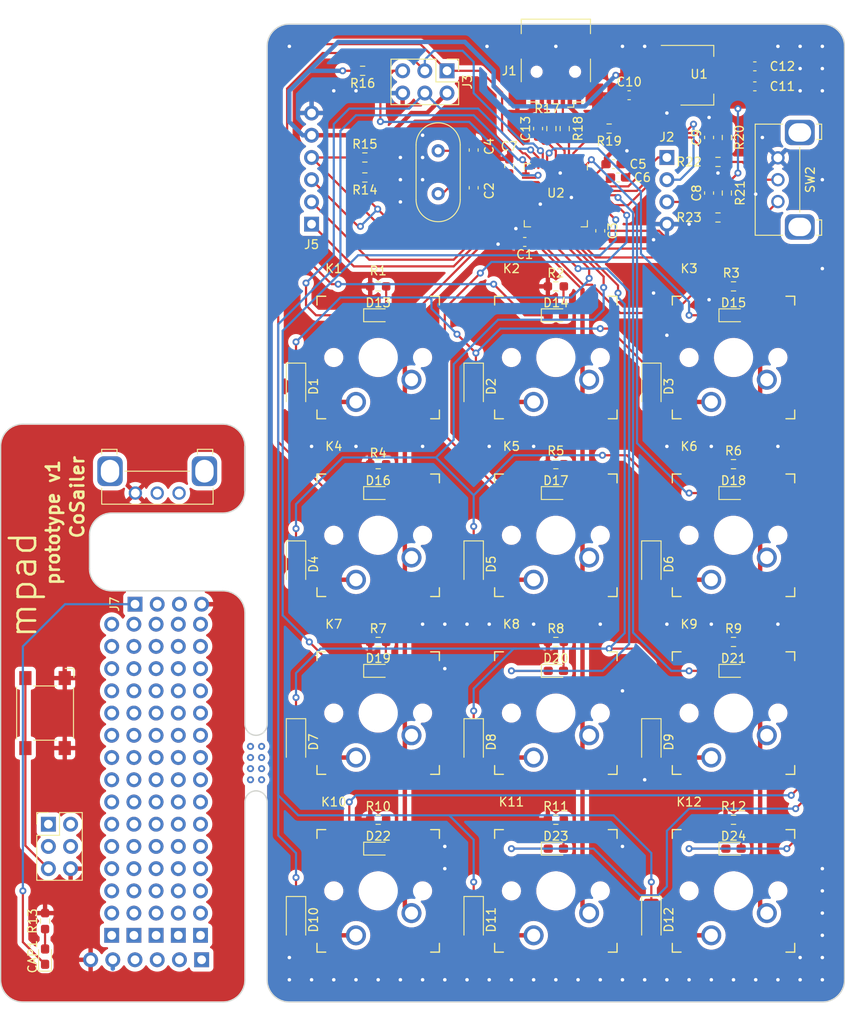
<source format=kicad_pcb>
(kicad_pcb (version 20221018) (generator pcbnew)
  (layers (0 "F.Cu" signal) (31 "B.Cu" signal) (34 "B.Paste" user) (35 "F.Paste" user) (36 "B.SilkS" user "B.Silkscreen") (37 "F.SilkS" user "F.Silkscreen") (38 "B.Mask" user) (39 "F.Mask" user) (44 "Edge.Cuts" user))
  (net 0 "")
  (net 2 "+5V")
  (net 3 "GND")
  (net 4 "Net-(D1-A)")
  (net 5 "Net-(D2-A)")
  (net 6 "/RST")
  (net 7 "Net-(D5-A)")
  (net 8 "COL0")
  (net 9 "Net-(D6-A)")
  (net 10 "Net-(D7-A)")
  (net 11 "Net-(D8-A)")
  (net 12 "Net-(D9-A)")
  (net 13 "COL1")
  (net 14 "Net-(D10-A)")
  (net 15 "Net-(D11-A)")
  (net 16 "Net-(D12-A)")
  (net 17 "Net-(D13-A)")
  (net 18 "COL2")
  (net 19 "Net-(D14-A)")
  (net 20 "ROW0")
  (net 21 "ROW1")
  (net 22 "ROW2")
  (net 23 "ROW3")
  (net 24 "RXD")
  (net 25 "TXD")
  (net 26 "Net-(D3-A)")
  (net 27 "Net-(D4-A)")
  (net 28 "Net-(D15-A)")
  (net 29 "Net-(D16-A)")
  (net 30 "LED1")
  (net 31 "LED2")
  (net 32 "LED3")
  (net 33 "LED4")
  (net 34 "LED5")
  (net 35 "LED6")
  (net 36 "LED7")
  (net 37 "LED8")
  (net 38 "LED9")
  (net 39 "LED10")
  (net 40 "LED11")
  (net 41 "LED12")
  (net 42 "Net-(D17-A)")
  (net 43 "Net-(D18-A)")
  (net 44 "Net-(D19-A)")
  (net 45 "Net-(D20-A)")
  (net 46 "Net-(D21-A)")
  (net 47 "Net-(D22-A)")
  (net 48 "Net-(D23-A)")
  (net 49 "Net-(D24-A)")
  (net 50 "+3V3")
  (net 51 "Net-(U2-XTAL1)")
  (net 52 "ENB")
  (net 53 "ENA")
  (net 54 "Net-(R21-Pad2)")
  (net 55 "Net-(U2-XTAL2)")
  (net 56 "CAP")
  (net 57 "Net-(CAP1-A)")
  (net 58 "Net-(U2-AREF)")
  (net 59 "Net-(J1-VBUS)")
  (net 60 "Net-(J1-D-)")
  (net 61 "Net-(J1-D+)")
  (net 62 "Net-(U2-D+)")
  (net 63 "Net-(U2-D-)")
  (net 64 "Net-(R20-Pad2)")
  (net 65 "Net-(U2-UCAP)")
  (net 68 "SCL")
  (net 69 "SDA")
  (net 76 "unconnected-(J6-Pin_5-Pad5)")
  (net 156 "CAP1")
  (net 157 "Net-(J4-Pin_5)")
  (footprint "keyswitch:SW_MX" (layer "F.Cu") (at 173.99 102.489 180)
    (fp_text reference "K6")
    (fp_text value "KEYSW")
  )
  (footprint "keyswitch:SW_MX" (layer "F.Cu") (at 153.67 143.129 180)
    (fp_text reference "K11")
    (fp_text value "KEYSW")
  )
  (footprint "Resistor_SMD:R_0603_1608Metric_Pad0.98x0.95mm_HandSolder" (layer "F.Cu") (at 172.212 66.167)
    (fp_text reference "R23")
    (fp_text value "10K")
  )
  (footprint "LED_SMD:LED_0603_1608Metric_Pad1.05x0.95mm_HandSolder" (layer "F.Cu") (at 153.67 138.303)
    (fp_text reference "D23")
    (fp_text value "LED")
  )
  (footprint "Connector_PinHeader_2.54mm:PinHeader_1x04_P2.54mm_Vertical" (layer "F.Cu") (at 105.537 110.363 90)
    (fp_text reference "J7")
    (fp_text value "Status")
  )
  (footprint "Capacitor_SMD:C_0603_1608Metric_Pad1.08x0.95mm_HandSolder" (layer "F.Cu") (at 171.196 63.373 90)
    (fp_text reference "C8")
    (fp_text value "100nf")
  )
  (footprint "Diode_SMD:D_MiniMELF" (layer "F.Cu") (at 123.952 146.431 -90)
    (fp_text reference "D10")
    (fp_text value "D")
  )
  (footprint "LED_SMD:LED_0603_1608Metric_Pad1.05x0.95mm_HandSolder" (layer "F.Cu") (at 133.35 138.303)
    (fp_text reference "D22")
    (fp_text value "LED")
  )
  (footprint "Connector_PinHeader_2.54mm:PinHeader_1x15_P2.54mm_Vertical" (layer "F.Cu") (at 105.41 148.209 180)
    (fp_text reference "J11" hide)
    (fp_text value "UART")
  )
  (footprint "Connector_PinHeader_2.54mm:PinHeader_1x15_P2.54mm_Vertical" (layer "F.Cu") (at 102.87 148.209 180)
    (fp_text reference "J12" hide)
    (fp_text value "UART")
  )
  (footprint "keyswitch:SW_MX" (layer "F.Cu") (at 133.35 82.169 180)
    (fp_text reference "K1")
    (fp_text value "KEYSW")
  )
  (footprint "keyswitch:SW_MX" (layer "F.Cu") (at 133.35 143.129 180)
    (fp_text reference "K10")
    (fp_text value "KEYSW")
  )
  (footprint "LED_SMD:LED_0603_1608Metric_Pad1.05x0.95mm_HandSolder" (layer "F.Cu") (at 173.99 138.303)
    (fp_text reference "D24")
    (fp_text value "LED")
  )
  (footprint "keyswitch:SW_MX" (layer "F.Cu") (at 173.99 122.809 180)
    (fp_text reference "K9")
    (fp_text value "KEYSW")
  )
  (footprint "Resistor_SMD:R_0603_1608Metric_Pad0.98x0.95mm_HandSolder" (layer "F.Cu") (at 133.35 94.361 180)
    (fp_text reference "R4")
    (fp_text value "500R")
  )
  (footprint "Resistor_SMD:R_0603_1608Metric_Pad0.98x0.95mm_HandSolder" (layer "F.Cu") (at 131.826 59.309 180)
    (fp_text reference "R15")
    (fp_text value "10K")
  )
  (footprint "LED_SMD:LED_0603_1608Metric_Pad1.05x0.95mm_HandSolder" (layer "F.Cu") (at 153.67 77.343)
    (fp_text reference "D14")
    (fp_text value "LED")
  )
  (footprint "Diode_SMD:D_MiniMELF" (layer "F.Cu") (at 123.952 85.471 -90)
    (fp_text reference "D1")
    (fp_text value "D")
  )
  (footprint "Diode_SMD:D_MiniMELF" (layer "F.Cu") (at 164.592 105.791 -90)
    (fp_text reference "D6")
    (fp_text value "D")
  )
  (footprint "LED_SMD:LED_0603_1608Metric_Pad1.05x0.95mm_HandSolder" (layer "F.Cu") (at 173.99 117.983)
    (fp_text reference "D21")
    (fp_text value "LED")
  )
  (footprint "Capacitor_SMD:C_0603_1608Metric_Pad1.08x0.95mm_HandSolder" (layer "F.Cu") (at 150.114 68.961 180)
    (fp_text reference "C1")
    (fp_text value "100nf")
  )
  (footprint "Connector_PinHeader_2.54mm:PinHeader_1x06_P2.54mm_Vertical" (layer "F.Cu") (at 113.157 151.003 -90)
    (fp_text reference "J6" hide)
    (fp_text value "EXT")
  )
  (footprint "cosailer:QFN-44-1EP_7x7mm_P0.5mm_EP5.15x5.15mm_no_pad" (layer "F.Cu") (at 153.67 63.627 -90)
    (fp_text reference "U2")
    (fp_text value "ATmega32U4-M")
  )
  (footprint "keyswitch:SW_MX" (layer "F.Cu") (at 153.67 122.809 180)
    (fp_text reference "K8")
    (fp_text value "KEYSW")
  )
  (footprint "LED_SMD:LED_0603_1608Metric_Pad1.05x0.95mm_HandSolder" (layer "F.Cu") (at 153.67 117.983)
    (fp_text reference "D20")
    (fp_text value "LED")
  )
  (footprint "Capacitor_SMD:C_0603_1608Metric_Pad1.08x0.95mm_HandSolder" (layer "F.Cu") (at 151.638 56.007 90)
    (fp_text reference "C13")
    (fp_text value "1uf")
  )
  (footprint "Connector_PinHeader_2.54mm:PinHeader_1x04_P2.54mm_Vertical" (layer "F.Cu") (at 166.37 59.309)
    (fp_text reference "J2")
    (fp_text value "Status")
  )
  (footprint "Button_Switch_SMD:SW_SPST_Omron_B3FS-100xP" (layer "F.Cu") (at 95.25 122.809 -90)
    (fp_text reference "SW1" hide)
    (fp_text value "SW_Push")
  )
  (footprint "Resistor_SMD:R_0603_1608Metric_Pad0.98x0.95mm_HandSolder" (layer "F.Cu") (at 153.67 94.361 180)
    (fp_text reference "R5")
    (fp_text value "500R")
  )
  (footprint "Diode_SMD:D_MiniMELF" (layer "F.Cu") (at 164.592 126.111 -90)
    (fp_text reference "D9")
    (fp_text value "D")
  )
  (footprint "LED_SMD:LED_0603_1608Metric_Pad1.05x0.95mm_HandSolder" (layer "F.Cu") (at 153.67 97.663)
    (fp_text reference "D17")
    (fp_text value "LED")
  )
  (footprint "keyswitch:SW_MX" (layer "F.Cu") (at 153.67 102.489 180)
    (fp_text reference "K5")
    (fp_text value "KEYSW")
  )
  (footprint "Resistor_SMD:R_0603_1608Metric_Pad0.98x0.95mm_HandSolder" (layer "F.Cu") (at 173.228 57.023 -90)
    (fp_text reference "R20")
    (fp_text value "10K")
  )
  (footprint "Resistor_SMD:R_0603_1608Metric_Pad0.98x0.95mm_HandSolder" (layer "F.Cu") (at 173.99 74.041 180)
    (fp_text reference "R3")
    (fp_text value "500R")
  )
  (footprint "Rotary_Encoder:RotaryEncoder_Bourns_Horizontal_PEC12R-2xxxF-Nxxxx" (layer "F.Cu") (at 105.577 97.663 -90)
    (fp_text reference "SW3" hide)
    (fp_text value "RotaryEncoder")
  )
  (footprint "Capacitor_SMD:C_0603_1608Metric_Pad1.08x0.95mm_HandSolder" (layer "F.Cu") (at 160.274 60.071)
    (fp_text reference "C5")
    (fp_text value "100nf")
  )
  (footprint "Capacitor_SMD:C_0603_1608Metric_Pad1.08x0.95mm_HandSolder" (layer "F.Cu") (at 158.75 67.691 -90)
    (fp_text reference "C3")
    (fp_text value "100nf")
  )
  (footprint "Capacitor_SMD:C_0603_1608Metric_Pad1.08x0.95mm_HandSolder" (layer "F.Cu") (at 162.052 52.197 180)
    (fp_text reference "C10")
    (fp_text value "1uf")
  )
  (footprint "Resistor_SMD:R_0603_1608Metric_Pad0.98x0.95mm_HandSolder" (layer "F.Cu") (at 153.67 74.041 180)
    (fp_text reference "R2")
    (fp_text value "500R")
  )
  (footprint "keyswitch:SW_MX" (layer "F.Cu") (at 133.35 102.489 180)
    (fp_text reference "K4")
    (fp_text value "KEYSW")
  )
  (footprint "Resistor_SMD:R_0603_1608Metric_Pad0.98x0.95mm_HandSolder" (layer "F.Cu") (at 173.99 135.001 180)
    (fp_text reference "R12")
    (fp_text value "500R")
  )
  (footprint "Resistor_SMD:R_0603_1608Metric_Pad0.98x0.95mm_HandSolder" (layer "F.Cu") (at 173.99 94.361 180)
    (fp_text reference "R6")
    (fp_text value "500R")
  )
  (footprint "keyswitch:SW_MX" (layer "F.Cu") (at 153.67 82.169 180)
    (fp_text reference "K2")
    (fp_text value "KEYSW")
  )
  (footprint "Resistor_SMD:R_0603_1608Metric_Pad0.98x0.95mm_HandSolder" (layer "F.Cu") (at 153.67 135.001 180)
    (fp_text reference "R11")
    (fp_text value "500R")
  )
  (footprint "Connector_PinHeader_2.54mm:PinHeader_2x03_P2.54mm_Vertical" (layer "F.Cu") (at 141.224 49.403 -90)
    (fp_text reference "J3")
    (fp_text value "ICSP")
  )
  (footprint "Resistor_SMD:R_0603_1608Metric_Pad0.98x0.95mm_HandSolder" (layer "F.Cu") (at 154.686 56.007 90)
    (fp_text reference "R18")
    (fp_text value "68R")
  )
  (footprint "Diode_SMD:D_MiniMELF" (layer "F.Cu") (at 164.592 85.471 -90)
    (fp_text reference "D3")
    (fp_text value "D")
  )
  (footprint "Diode_SMD:D_MiniMELF" (layer "F.Cu") (at 123.952 105.791 -90)
    (fp_text reference "D4")
    (fp_text value "D")
  )
  (footprint "Resistor_SMD:R_0603_1608Metric_Pad0.98x0.95mm_HandSolder" (layer "F.Cu") (at 131.826 61.595 180)
    (fp_text reference "R14")
    (fp_text value "10K")
  )
  (footprint "Resistor_SMD:R_0603_1608Metric_Pad0.98x0.95mm_HandSolder" (layer "F.Cu") (at 173.228 63.373 -90)
    (fp_text reference "R21")
    (fp_text value "10K")
  )
  (footprint "LED_SMD:LED_0603_1608Metric_Pad1.05x0.95mm_HandSolder" (layer "F.Cu") (at 133.35 117.983)
    (fp_text reference "D19")
    (fp_text value "LED")
  )
  (footprint "Resistor_SMD:R_0603_1608Metric_Pad0.98x0.95mm_HandSolder" (layer "F.Cu") (at 131.572 49.403 180)
    (fp_text reference "R16")
    (fp_text value "10K")
  )
  (footprint "Connector_USB:USB_Mini-B_Wuerth_65100516121_Horizontal" (layer "F.Cu") (at 153.67 49.509 180)
    (fp_text reference "J1")
    (fp_text value "USB_mini")
  )
  (footprint "LED_SMD:LED_0603_1608Metric_Pad1.05x0.95mm_HandSolder" (layer "F.Cu") (at 173.99 97.663)
    (fp_text reference "D18")
    (fp_text value "LED")
  )
  (footprint "keyswitch:SW_MX" (layer "F.Cu") (at 173.99 143.129 180)
    (fp_text reference "K12")
    (fp_text value "KEYSW")
  )
  (footprint "Connector_PinHeader_2.54mm:PinHeader_1x06_P2.54mm_Vertical" (layer "F.Cu") (at 125.73 66.929 180)
    (fp_text reference "J5")
    (fp_text value "EXT")
  )
  (footprint "Connector_PinHeader_2.54mm:PinHeader_1x15_P2.54mm_Vertical" (layer "F.Cu") (at 107.95 148.209 180)
    (fp_text reference "J10" hide)
    (fp_text value "UART")
  )
  (footprint "keyswitch:SW_MX" (layer "F.Cu") (at 173.99 82.169 180)
    (fp_text reference "K3")
    (fp_text value "KEYSW")
  )
  (footprint "Diode_SMD:D_MiniMELF" (layer "F.Cu") (at 164.592 146.431 -90)
    (fp_text reference "D12")
    (fp_text value "D")
  )
  (footprint "Diode_SMD:D_MiniMELF" (layer "F.Cu") (at 123.952 126.111 -90)
    (fp_text reference "D7")
    (fp_text value "D")
  )
  (footprint "Connector_PinHeader_2.54mm:PinHeader_1x15_P2.54mm_Vertical" (layer "F.Cu") (at 110.49 148.209 180)
    (fp_text reference "J9" hide)
    (fp_text value "UART")
  )
  (footprint "Package_TO_SOT_SMD:SOT-223-3_TabPin2" (layer "F.Cu") (at 169.824 49.911)
    (fp_text reference "U1")
    (fp_text value "AMS1117-3.3")
  )
  (footprint "Crystal:Crystal_HC18-U_Vertical" (layer "F.Cu") (at 140.208 63.447 90)
    (fp_text reference "Y1" hide)
    (fp_text value "16Mhz")
  )
  (footprint "Resistor_SMD:R_0603_1608Metric_Pad0.98x0.95mm_HandSolder" (layer "F.Cu") (at 133.35 114.681 180)
    (fp_text reference "R7")
    (fp_text value "500R")
  )
  (footprint "LED_SMD:LED_0603_1608Metric_Pad1.05x0.95mm_HandSolder" (layer "F.Cu") (at 173.99 77.343)
    (fp_text reference "D15")
    (fp_text value "LED")
  )
  (footprint "Capacitor_SMD:C_0603_1608Metric_Pad1.08x0.95mm_HandSolder" (layer "F.Cu") (at 144.272 62.775 -90)
    (fp_text reference "C2")
    (fp_text value "22pf")
  )
  (footprint "Capacitor_SMD:C_0603_1608Metric_Pad1.08x0.95mm_HandSolder" (layer "F.Cu") (at 171.196 57.023 90)
    (fp_text reference "C9")
    (fp_text value "100nf")
  )
  (footprint "Connector_PinHeader_2.54mm:PinHeader_2x03_P2.54mm_Vertical" (layer "F.Cu") (at 95.631 135.509)
    (fp_text reference "J4" hide)
    (fp_text value "ICSP")
  )
  (footprint "keyswitch:SW_MX" (layer "F.Cu") (at 133.35 122.809 180)
    (fp_text reference "K7")
    (fp_text value "KEYSW")
  )
  (footprint "Resistor_SMD:R_0603_1608Metric_Pad0.98x0.95mm_HandSolder" (layer "F.Cu") (at 172.212 59.817)
    (fp_text reference "R22")
    (fp_text value "10K")
  )
  (footprint "Diode_SMD:D_MiniMELF" (layer "F.Cu") (at 144.272 105.791 -90)
    (fp_text reference "D5")
    (fp_text value "D")
  )
  (footprint "Resistor_SMD:R_0603_1608Metric_Pad0.98x0.95mm_HandSolder" (layer "F.Cu") (at 153.162 56.007 90)
    (fp_text reference "R17")
    (fp_text value "68R")
  )
  (footprint "Capacitor_SMD:C_0603_1608Metric_Pad1.08x0.95mm_HandSolder" (layer "F.Cu") (at 160.782 61.595)
    (fp_text reference "C6")
    (fp_text value "100nf")
  )
  (footprint "Resistor_SMD:R_0603_1608Metric_Pad0.98x0.95mm_HandSolder" (layer "F.Cu") (at 159.766 56.007 180)
    (fp_text reference "R19")
    (fp_text value "0R")
  )
  (footprint "Resistor_SMD:R_0603_1608Metric_Pad0.98x0.95mm_HandSolder" (layer "F.Cu") (at 173.99 114.681 180)
    (fp_text reference "R9")
    (fp_text value "500R")
  )
  (footprint "Diode_SMD:D_MiniMELF" (layer "F.Cu") (at 144.272 146.431 -90)
    (fp_text reference "D11")
    (fp_text value "D")
  )
  (footprint "Capacitor_SMD:C_0603_1608Metric_Pad1.08x0.95mm_HandSolder" (layer "F.Cu") (at 176.428 51.181)
    (fp_text reference "C11")
    (fp_text value "1uf")
  )
  (footprint "Resistor_SMD:R_0603_1608Metric_Pad0.98x0.95mm_HandSolder" (layer "F.Cu") (at 133.35 135.001 180)
    (fp_text reference "R10")
    (fp_text value "500R")
  )
  (footprint "LED_SMD:LED_0603_1608Metric_Pad1.05x0.95mm_HandSolder" (layer "F.Cu") (at 133.35 77.343)
    (fp_text reference "D13")
    (fp_text value "LED")
  )
  (footprint "Capacitor_SMD:C_0603_1608Metric_Pad1.08x0.95mm_HandSolder" (layer "F.Cu") (at 148.336 60.325 90)
    (fp_text reference "C7")
    (fp_text value "100nf")
  )
  (footprint "Resistor_SMD:R_0603_1608Metric_Pad0.98x0.95mm_HandSolder" (layer "F.Cu") (at 95.25 146.5815 90)
    (fp_text reference "R13")
    (fp_text value "2K")
  )
  (footprint "Resistor_SMD:R_0603_1608Metric_Pad0.98x0.95mm_HandSolder" (layer "F.Cu") (at 153.67 114.681 180)
    (fp_text reference "R8")
    (fp_text value "500R")
  )
  (footprint "LED_SMD:LED_0603_1608Metric_Pad1.05x0.95mm_HandSolder" (layer "F.Cu") (at 95.25 150.6455 90)
    (fp_text reference "CAP1")
    (fp_text value "LED")
  )
  (footprint "Connector_PinHeader_2.54mm:PinHeader_1x15_P2.54mm_Vertical" (layer "F.Cu") (at 113.03 148.209 180)
    (fp_text reference "J8" hide)
    (fp_text value "UART")
  )
  (footprint "Capacitor_SMD:C_0603_1608Metric_Pad1.08x0.95mm_HandSolder" (layer "F.Cu") (at 144.272 58.457 90)
    (fp_text reference "C4")
    (fp_text value "22pf")
  )
  (footprint "LED_SMD:LED_0603_1608Metric_Pad1.05x0.95mm_HandSolder" (layer "F.Cu") (at 133.35 97.663)
    (fp_text reference "D16")
    (fp_text value "LED")
  )
  (footprint "Diode_SMD:D_MiniMELF" (layer "F.Cu") (at 144.272 126.111 -90)
    (fp_text reference "D8")
    (fp_text value "D")
  )
  (footprint "Capacitor_SMD:C_0603_1608Metric_Pad1.08x0.95mm_HandSolder" (layer "F.Cu") (at 176.428 48.895)
    (fp_text reference "C12")
    (fp_text value "4.7uf")
  )
  (footprint "Diode_SMD:D_MiniMELF" (layer "F.Cu") (at 144.272 85.471 -90)
    (fp_text reference "D2")
    (fp_text value "D")
  )
  (footprint "Rotary_Encoder:RotaryEncoder_Bourns_Horizontal_PEC12R-2xxxF-Nxxxx" (layer "F.Cu") (at 179.07 59.349 180)
    (fp_text reference "SW2")
    (fp_text value "RotaryEncoder")
  )
  (footprint "Resistor_SMD:R_0603_1608Metric_Pad0.98x0.95mm_HandSolder" (layer "F.Cu") (at 133.35 74.041 180)
    (fp_text reference "R1")
    (fp_text value "500R")
  )
  (gr_arc (start 100.33 102.489) (mid 101.073949 100.692949) (end 102.87 99.949) (stroke (width 0.15)) (layer "Edge.Cuts"))
  (gr_line (start 118.11 124.079) (end 118.110001 111.378999) (stroke (width 0.15)) (layer "Edge.Cuts"))
  (gr_arc (start 115.57 89.788998) (mid 117.366052 90.532947) (end 118.11 92.328998) (stroke (width 0.15)) (layer "Edge.Cuts"))
  (gr_line (start 118.110001 153.289001) (end 118.11 132.969) (stroke (width 0.15)) (layer "Edge.Cuts"))
  (gr_line (start 123.19 155.829) (end 184.15 155.829) (stroke (width 0.15)) (layer "Edge.Cuts"))
  (gr_arc (start 118.11 97.409) (mid 117.366051 99.205051) (end 115.57 99.949) (stroke (width 0.15)) (layer "Edge.Cuts"))
  (gr_line (start 120.65 46.609) (end 120.65 124.079) (stroke (width 0.15)) (layer "Edge.Cuts"))
  (gr_line (start 102.87 99.949) (end 115.57 99.949) (stroke (width 0.15)) (layer "Edge.Cuts"))
  (gr_line (start 186.69 153.289) (end 186.69 46.609) (stroke (width 0.15)) (layer "Edge.Cuts"))
  (gr_arc (start 120.65 46.609) (mid 121.393949 44.812949) (end 123.19 44.069) (stroke (width 0.15)) (layer "Edge.Cuts"))
  (gr_line (start 184.15 44.069) (end 123.19 44.069) (stroke (width 0.15)) (layer "Edge.Cuts"))
  (gr_line (start 90.17 92.329) (end 90.17 153.289) (stroke (width 0.15)) (layer "Edge.Cuts"))
  (gr_arc (start 184.15 44.069) (mid 185.946051 44.812949) (end 186.69 46.609) (stroke (width 0.15)) (layer "Edge.Cuts"))
  (gr_line (start 102.87 108.839) (end 115.57 108.839) (stroke (width 0.15)) (layer "Edge.Cuts"))
  (gr_arc (start 90.17 92.328999) (mid 90.913949 90.532948) (end 92.71 89.788999) (stroke (width 0.15)) (layer "Edge.Cuts"))
  (gr_arc (start 120.65 124.079) (mid 119.38 125.349) (end 118.11 124.079) (stroke (width 0.15)) (layer "Edge.Cuts"))
  (gr_arc (start 186.69 153.289) (mid 185.946051 155.085051) (end 184.15 155.829) (stroke (width 0.15)) (layer "Edge.Cuts"))
  (gr_arc (start 102.87 108.839) (mid 101.073949 108.095051) (end 100.33 106.299) (stroke (width 0.15)) (layer "Edge.Cuts"))
  (gr_line (start 115.57 89.789) (end 92.71 89.789) (stroke (width 0.15)) (layer "Edge.Cuts"))
  (gr_arc (start 115.570001 108.838999) (mid 117.366052 109.582948) (end 118.110001 111.378999) (stroke (width 0.15)) (layer "Edge.Cuts"))
  (gr_line (start 100.33 106.299) (end 100.33 102.489) (stroke (width 0.15)) (layer "Edge.Cuts"))
  (gr_arc (start 118.110001 153.289001) (mid 117.366052 155.085052) (end 115.570001 155.829001) (stroke (width 0.15)) (layer "Edge.Cuts"))
  (gr_arc (start 92.71 155.829) (mid 90.913949 155.085051) (end 90.17 153.289) (stroke (width 0.15)) (layer "Edge.Cuts"))
  (gr_line (start 120.65 153.289) (end 120.65 132.969) (stroke (width 0.15)) (layer "Edge.Cuts"))
  (gr_arc (start 123.19 155.829) (mid 121.393949 155.085051) (end 120.65 153.289) (stroke (width 0.15)) (layer "Edge.Cuts"))
  (gr_arc (start 118.11 132.969) (mid 119.38 131.699) (end 120.65 132.969) (stroke (width 0.15)) (layer "Edge.Cuts"))
  (gr_line (start 118.11 97.409) (end 118.11 92.329) (stroke (width 0.2)) (layer "Edge.Cuts"))
  (gr_line (start 92.71 155.829) (end 115.570001 155.829001) (stroke (width 0.15)) (layer "Edge.Cuts"))
  (gr_text "prototype v1" (at 97.028 108.331 90) (layer "F.SilkS") (effects (font (size 1.5 1.5) (thickness 0.3) bold) (justify left bottom)))
  (gr_text "CoSailer" (at 99.822 102.997 90) (layer "F.SilkS") (effects (font (size 1.5 1.5) (thickness 0.3) bold) (justify left bottom)))
  (gr_text "mpad" (at 94.488 114.427 90) (layer "F.SilkS") (effects (font (size 3 3) (thickness 0.3) bold) (justify left bottom)))
  (via (at 120.015 126.619) (size 0.8) (drill 0.4) (layers "F.Cu" "B.Cu") (net 0))
  (via (at 120.015 130.429) (size 0.8) (drill 0.4) (layers "F.Cu" "B.Cu") (net 0))
  (via (at 118.745 129.159) (size 0.8) (drill 0.4) (layers "F.Cu" "B.Cu") (net 0))
  (via (at 120.015 129.159) (size 0.8) (drill 0.4) (layers "F.Cu" "B.Cu") (net 0))
  (via (at 118.745 127.889) (size 0.8) (drill 0.4) (layers "F.Cu" "B.Cu") (net 0))
  (via (at 118.745 130.429) (size 0.8) (drill 0.4) (layers "F.Cu" "B.Cu") (net 0))
  (via (at 120.015 127.889) (size 0.8) (drill 0.4) (layers "F.Cu" "B.Cu") (net 0))
  (via (at 118.745 126.619) (size 0.8) (drill 0.4) (layers "F.Cu" "B.Cu") (net 0))
  (segment (start 161.544 56.007) (end 165.34 52.211) (width 0.5) (layer "F.Cu") (net 2))
  (segment (start 153.67 62.357) (end 154.303604 62.357) (width 0.25) (layer "F.Cu") (net 2))
  (segment (start 160.6785 56.007) (end 161.544 56.007) (width 0.5) (layer "F.Cu") (net 2))
  (segment (start 166.674 52.211) (end 162.9285 52.211) (width 0.5) (layer "F.Cu") (net 2))
  (segment (start 154.303604 62.357) (end 155.67 60.990604) (width 0.25) (layer "F.Cu") (net 2))
  (segment (start 156.972 57.531) (end 159.258 57.531) (width 0.25) (layer "F.Cu") (net 2))
  (segment (start 153.17 61.857) (end 153.67 62.357) (width 0.25) (layer "F.Cu") (net 2))
  (segment (start 155.67 58.833) (end 156.972 57.531) (width 0.25) (layer "F.Cu") (net 2))
  (segment (start 155.67 60.1895) (end 155.67 58.833) (width 0.25) (layer "F.Cu") (net 2))
  (segment (start 159.258 57.531) (end 160.6785 56.1105) (width 0.25) (layer "F.Cu") (net 2))
  (segment (start 155.67 60.990604) (end 155.67 60.1895) (width 0.25) (layer "F.Cu") (net 2))
  (segment (start 160.6785 56.1105) (end 160.6785 56.007) (width 0.25) (layer "F.Cu") (net 2))
  (segment (start 162.9285 52.211) (end 162.9145 52.197) (width 0.5) (layer "F.Cu") (net 2))
  (segment (start 153.17 60.1895) (end 153.17 61.857) (width 0.25) (layer "F.Cu") (net 2))
  (segment (start 165.34 52.211) (end 166.674 52.211) (width 0.5) (layer "F.Cu") (net 2))
  (segment (start 171.196 56.1605) (end 171.196 54.737) (width 0.5) (layer "F.Cu") (net 3))
  (segment (start 155.448 64.453008) (end 155.448 63.881) (width 0.25) (layer "F.Cu") (net 3))
  (segment (start 157.1075 65.627) (end 156.621992 65.627) (width 0.25) (layer "F.Cu") (net 3))
  (segment (start 161.6445 61.595) (end 162.56 60.6795) (width 0.3) (layer "F.Cu") (net 3))
  (segment (start 171.196 62.5105) (end 171.196 61.087) (width 0.5) (layer "F.Cu") (net 3))
  (segment (start 156.621992 61.627) (end 157.1075 61.627) (width 0.25) (layer "F.Cu") (net 3))
  (segment (start 151.17 67.0645) (end 151.17 65.365) (width 0.25) (layer "F.Cu") (net 3))
  (segment (start 150.718008 62.627) (end 151.892 63.800992) (width 0.25) (layer "F.Cu") (net 3))
  (segment (start 154.17 61.087) (end 154.17 60.1895) (width 0.25) (layer "F.Cu") (net 3))
  (segment (start 155.448 62.800992) (end 156.621992 61.627) (width 0.25) (layer "F.Cu") (net 3))
  (segment (start 151.17 65.365) (end 151.892 64.643) (width 0.25) (layer "F.Cu") (net 3))
  (segment (start 162.56 59.309) (end 161.798 58.547) (width 0.25) (layer "F.Cu") (net 3))
  (segment (start 155.448 63.881) (end 155.448 62.800992) (width 0.25) (layer "F.Cu") (net 3))
  (segment (start 106.085 98.171) (end 105.577 97.663) (width 0.25) (layer "F.Cu") (net 3))
  (segment (start 151.892 63.800992) (end 151.892 64.643) (width 0.25) (layer "F.Cu") (net 3))
  (segment (start 156.621992 65.627) (end 155.448 64.453008) (width 0.25) (layer "F.Cu") (net 3))
  (segment (start 113.157 110.363) (end 115.316 110.363) (width 0.5) (layer "F.Cu") (net 3))
  (segment (start 150.2325 62.627) (end 150.718008 62.627) (width 0.25) (layer "F.Cu") (net 3))
  (segment (start 162.56 60.6795) (end 162.56 59.309) (width 0.25) (layer "F.Cu") (net 3))
  (via (at 158.75 153.289) (size 0.8) (drill 0.4) (layers "F.Cu" "B.Cu") (net 3))
  (via (at 135.89 61.849) (size 0.8) (drill 0.4) (layers "F.Cu" "B.Cu") (net 3))
  (via (at 138.43 92.329) (size 0.8) (drill 0.4) (layers "F.Cu" "B.Cu") (net 3))
  (via (at 161.29 46.609) (size 0.8) (drill 0.4) (layers "F.Cu" "B.Cu") (net 3))
  (via (at 123.19 150.749) (size 0.8) (drill 0.4) (layers "F.Cu" "B.Cu") (net 3))
  (via (at 154.17 61.087) (size 0.8) (drill 0.4) (layers "F.Cu" "B.Cu") (net 3))
  (via (at 138.43 61.849) (size 0.8) (drill 0.4) (layers "F.Cu" "B.Cu") (net 3))
  (via (at 143.51 112.649) (size 0.8) (drill 0.4) (layers "F.Cu" "B.Cu") (net 3))
  (via (at 166.37 92.329) (size 0.8) (drill 0.4) (layers "F.Cu" "B.Cu") (net 3))
  (via (at 130.81 51.689) (size 0.8) (drill 0.4) (layers "F.Cu" "B.Cu") (net 3))
  (via (at 138.43 153.289) (size 0.8) (drill 0.4) (layers "F.Cu" "B.Cu") (net 3))
  (via (at 166.37 153.289) (size 0.8) (drill 0.4) (layers "F.Cu" "B.Cu") (net 3))
  (via (at 171.196 75.565) (size 0.8) (drill 0.4) (layers "F.Cu" "B.Cu") (net 3))
  (via (at 171.196 54.737) (size 0.8) (drill 0.4) (layers "F.Cu" "B.Cu") (net 3))
  (via (at 133.35 153.289) (size 0.8) (drill 0.4) (layers "F.Cu" "B.Cu") (net 3))
  (via (at 184.15 49.149) (size 0.8) (drill 0.4) (layers "F.Cu" "B.Cu") (net 3))
  (via (at 145.796 46.609) (size 0.8) (drill 0.4) (layers "F.Cu" "B.Cu") (net 3))
  (via (at 128.27 51.689) (size 0.8) (drill 0.4) (layers "F.Cu" "B.Cu") (net 3))
  (via (at 181.61 150.749) (size 0.8) (drill 0.4) (layers "F.Cu" "B.Cu") (net 3))
  (via (at 177.292 57.023) (size 0.8) (drill 0.4) (layers "F.Cu" "B.Cu") (net 3))
  (via (at 184.15 140.589) (size 0.8) (drill 0.4) (layers "F.Cu" "B.Cu") (net 3))
  (via (at 140.97 138.049) (size 0.8) (drill 0.4) (layers "F.Cu" "B.Cu") (net 3))
  (via (at 171.45 92.329) (size 0.8) (drill 0.4) (layers "F.Cu" "B.Cu") (net 3))
  (via (at 149.098 67.437) (size 0.8) (drill 0.4) (layers "F.Cu" "B.Cu") (net 3))
  (via (at 166.37 79.629) (size 0.8) (drill 0.4) (layers "F.Cu" "B.Cu") (net 3))
  (via (at 173.99 153.289) (size 0.8) (drill 0.4) (layers "F.Cu" "B.Cu") (net 3))
  (via (at 164.846 74.803) (size 0.8) (drill 0.4) (layers "F.Cu" "B.Cu") (net 3))
  (via (at 130.81 92.329) (size 0.8) (drill 0.4) (layers "F.Cu" "B.Cu") (net 3))
  (via (at 138.43 56.769) (size 0.8) (drill 0.4) (layers "F.Cu" "B.Cu") (net 3))
  (via (at 153.67 153.289) (size 0.8) (drill 0.4) (layers "F.Cu" "B.Cu") (net 3))
  (via (at 168.91 153.289) (size 0.8) (drill 0.4) (layers "F.Cu" "B.Cu") (net 3))
  (via (at 166.37 112.649) (size 0.8) (drill 0.4) (layers "F.Cu" "B.Cu") (net 3))
  (via (at 158.75 112.649) (size 0.8) (drill 0.4) (layers "F.Cu" "B.Cu") (net 3))
  (via (at 184.15 153.289) (size 0.8) (drill 0.4) (layers "F.Cu" "B.Cu") (net 3))
  (via (at 135.89 153.289) (size 0.8) (drill 0.4) (layers "F.Cu" "B.Cu") (net 3))
  (via (at 172.212 61.087) (size 0.8) (drill 0.4) (layers "F.Cu" "B.Cu") (net 3))
  (via (at 184.15 148.209) (size 0.8) (drill 0.4) (layers "F.Cu" "B.Cu") (net 3))
  (via (at 153.67 46.609) (size 0.8) (drill 0.4) (layers "F.Cu" "B.Cu") (net 3))
  (via (at 128.27 153.289) (size 0.8) (drill 0.4) (layers "F.Cu" "B.Cu") (net 3))
  (via (at 171.45 112.649) (size 0.8) (drill 0.4) (layers "F.Cu" "B.Cu") (net 3))
  (via (at 123.19 46.609) (size 0.8) (drill 0.4) (layers "F.Cu" "B.Cu") (net 3))
  (via (at 161.29 138.049) (size 0.8) (drill 0.4) (layers "F.Cu" "B.Cu") (net 3))
  (via (at 135.89 59.309) (size 0.8) (drill 0.4) (layers "F.Cu" "B.Cu") (net 3))
  (via (at 184.15 46.609) (size 0.8) (drill 0.4) (layers "F.Cu" "B.Cu") (net 3))
  (via (at 184.15 150.749) (size 0.8) (drill 0.4) (layers "F.Cu" "B.Cu") (net 3))
  (via (at 148.59 153.289) (size 0.8) (drill 0.4) (layers "F.Cu" "B.Cu") (net 3))
  (via (at 140.97 112.649) (size 0.8) (drill 0.4) (layers "F.Cu" "B.Cu") (net 3))
  (via (at 156.21 153.289) (size 0.8) (drill 0.4) (layers "F.Cu" "B.Cu") (net 3))
  (via (at 181.61 153.289) (size 0.8) (drill 0.4) (layers "F.Cu" "B.Cu") (net 3))
  (via (at 146.05 112.649) (size 0.8) (drill 0.4) (layers "F.Cu" "B.Cu") (net 3))
  (via (at 140.97 153.289) (size 0.8) (drill 0.4) (layers "F.Cu" "B.Cu") (net 3))
  (via (at 164.846 68.707) (size 0.8) (drill 0.4) (layers "F.Cu" "B.Cu") (net 3))
  (via (at 184.15 72.009) (size 0.8) (drill 0.4) (layers "F.Cu" "B.Cu") (net 3))
  (via (at 135.89 64.389) (size 0.8) (drill 0.4) (layers "F.Cu" "B.Cu") (net 3))
  (via (at 143.51 153.289) (size 0.8) (drill 0.4) (layers "F.Cu" "B.Cu") (net 3))
  (via (at 161.29 120.269) (size 0.8) (drill 0.4) (layers "F.Cu" "B.Cu") (net 3))
  (via (at 181.61 49.149) (size 0.8) (drill 0.4) (layers "F.Cu" "B.Cu") (net 3))
  (via (at 146.05 153.289) (size 0.8) (drill 0.4) (layers "F.Cu" "B.Cu") (net 3))
  (via (at 184.15 61.849) (size 0.8) (drill 0.4) (layers "F.Cu" "B.Cu") (net 3))
  (via (at 184.15 51.689) (size 0.8) (drill 0.4) (layers "F.Cu" "B.Cu") (net 3))
  (via (at 163.83 46.609) (size 0.8) (drill 0.4) (layers "F.Cu" "B.Cu") (net 3))
  (via (at 181.61 51.689) (size 0.8) (drill 0.4) (layers "F.Cu" "B.Cu") (net 3))
  (via (at 176.53 153.289) (size 0.8) (drill 0.4) (layers "F.Cu" "B.Cu") (net 3))
  (via (at 151.13 153.289) (size 0.8) (drill 0.4) (layers "F.Cu" "B.Cu") (net 3))
  (via (at 168.91 66.929) (size 0.8) (drill 0.4) (layers "F.Cu" "B.Cu") (net 3))
  (via (at 130.81 153.289) (size 0.8) (drill 0.4) (layers "F.Cu" "B.Cu") (net 3))
  (via (at 181.61 46.609) (size 0.8) (drill 0.4) (layers "F.Cu" "B.Cu") (net 3))
  (via (at 161.798 58.547) (size 0.8) (drill 0.4) (layers "F.Cu" "B.Cu") (net 3))
  (via (at 161.29 153.289) (size 0.8) (drill 0.4) (layers "F.Cu" "B.Cu") (net 3))
  (via (at 138.43 59.309) (size 0.8) (drill 0.4) (layers "F.Cu" "B.Cu") (net 3))
  (via (at 184.15 143.129) (size 0.8) (drill 0.4) (layers "F.Cu" "B.Cu") (net 3))
  (via (at 184.15 145.669) (size 0.8) (drill 0.4) (layers "F.Cu" "B.Cu") (net 3))
  (via (at 138.43 112.649) (size 0.8) (drill 0.4) (layers "F.Cu" "B.Cu") (net 3))
  (via (at 179.07 92.329) (size 0.8) (drill 0.4) (layers "F.Cu" "B.Cu") (net 3))
  (via (at 163.83 153.289) (size 0.8) (drill 0.4) (layers "F.Cu" "B.Cu") (net 3))
  (via (at 140.97 117.729) (size 0.8) (drill 0.4) (layers "F.Cu" "B.Cu") (net 3))
  (via (at 125.73 153.289) (size 0.8) (drill 0.4) (layers "F.Cu" "B.Cu") (net 3))
  (via (at 151.13 92.329) (size 0.8) (drill 0.4) (layers "F.Cu" "B.Cu") (net 3))
  (via (at 125.73 92.329) (size 0.8) (drill 0.4) (layers "F.Cu" "B.Cu") (net 3))
  (via (at 140.97 140.589) (size 0.8) (drill 0.4) (layers "F.Cu" "B.Cu") (net 3))
  (via (at 163.83 130.429) (size 0.8) (drill 0.4) (layers "F.Cu" "B.Cu") (net 3))
  (via (at 151.892 64.643) (size 0.8) (drill 0.4) (layers "F.Cu" "B.Cu") (net 3))
  (via (at 179.07 46.609) (size 0.8) (drill 0.4) (layers "F.Cu" "B.Cu") (net 3))
  (via (at 123.19 153.289) (size 0.8) (drill 0.4) (layers "F.Cu" "B.Cu") (net 3))
  (via (at 171.45 153.289) (size 0.8) (drill 0.4) (layers "F.Cu" "B.Cu") (net 3))
  (via (at 179.07 153.289) (size 0.8) (drill 0.4) (layers "F.Cu" "B.Cu") (net 3))
  (via (at 151.13 112.649) (size 0.8) (drill 0.4) (layers "F.Cu" "B.Cu") (net 3))
  (via (at 146.05 92.329) (size 0.8) (drill 0.4) (layers "F.Cu" "B.Cu") (net 3))
  (via (at 179.07 112.649) (size 0.8) (drill 0.4) (layers "F.Cu" "B.Cu") (net 3))
  (via (at 166.37 54.229) (size 0.8) (drill 0.4) (layers "F.Cu" "B.Cu") (net 3))
  (via (at 176.53 63.5) (size 0.8) (drill 0.4) (layers "F.Cu" "B.Cu") (net 3))
  (via (at 147.066 69.215) (size 0.8) (drill 0.4) (layers "F.Cu" "B.Cu") (net 3))
  (via (at 155.448 63.881) (size 0.8) (drill 0.4) (layers "F.Cu" "B.Cu") (net 3))
  (segment (start 166.37 66.929) (end 168.91 66.929) (width 0.5) (layer "B.Cu") (net 3))
  (segment (start 136.144 51.943) (end 133.858 51.943) (width 0.5) (layer "B.Cu") (net 3))
  (segment (start 123.952 87.221) (end 123.98 87.249) (width 0.5) (layer "F.Cu") (net 4))
  (segment (start 123.98 87.249) (end 130.81 87.249) (width 0.5) (layer "F.Cu") (net 4))
  (segment (start 144.3 87.249) (end 151.13 87.249) (width 0.5) (layer "F.Cu") (net 5))
  (segment (start 144.272 87.221) (end 144.3 87.249) (width 0.5) (layer "F.Cu") (net 5))
  (segment (start 150.2325 61.627) (end 151.352 61.627) (width 0.25) (layer "F.Cu") (net 6))
  (segment (start 133.604 50.927) (end 135.128 49.403) (width 0.25) (layer "F.Cu") (net 6))
  (segment (start 133.604 55.2075) (end 133.604 50.927) (width 0.25) (layer "F.Cu") (net 6))
  (segment (start 135.128 49.403) (end 136.144 49.403) (width 0.25) (layer "F.Cu") (net 6))
  (segment (start 132.4845 49.403) (end 136.144 49.403) (width 0.25) (layer "F.Cu") (net 6))
  (segment (start 151.352 61.627) (end 151.638 61.341) (width 0.25) (layer "F.Cu") (net 6))
  (via (at 133.604 55.2075) (size 0.8) (drill 0.4) (layers "F.Cu" "B.Cu") (net 6))
  (via (at 151.638 61.341) (size 0.8) (drill 0.4) (layers "F.Cu" "B.Cu") (net 6))
  (segment (start 149.86 61.341) (end 151.638 61.341) (width 0.25) (layer "B.Cu") (net 6))
  (segment (start 143.764 55.245) (end 149.86 61.341) (width 0.25) (layer "B.Cu") (net 6))
  (segment (start 133.6415 55.245) (end 143.764 55.245) (width 0.25) (layer "B.Cu") (net 6))
  (segment (start 133.604 55.2075) (end 133.6415 55.245) (width 0.25) (layer "B.Cu") (net 6))
  (segment (start 144.3 107.569) (end 151.13 107.569) (width 0.5) (layer "F.Cu") (net 7))
  (segment (start 144.272 107.541) (end 144.3 107.569) (width 0.5) (layer "F.Cu") (net 7))
  (segment (start 136.398 144.907) (end 137.16 145.669) (width 0.5) (layer "F.Cu") (net 8))
  (segment (start 136.398 105.029) (end 136.398 125.349) (width 0.5) (layer "F.Cu") (net 8))
  (segment (start 137.16 105.029) (end 136.398 105.791) (width 0.25) (layer "F.Cu") (net 8))
  (segment (start 137.16 125.349) (end 136.398 125.349) (width 0.25) (layer "F.Cu") (net 8))
  (segment (start 137.16 105.029) (end 136.398 105.029) (width 0.25) (layer "F.Cu") (net 8))
  (segment (start 148.376 66.127) (end 136.398 78.105) (width 0.25) (layer "F.Cu") (net 8))
  (segment (start 136.398 78.105) (end 136.398 79.883) (width 0.25) (layer "F.Cu") (net 8))
  (segment (start 136.398 125.349) (end 136.398 144.907) (width 0.5) (layer "F.Cu") (net 8))
  (segment (start 136.398 104.267) (end 137.16 105.029) (width 0.25) (layer "F.Cu") (net 8))
  (segment (start 137.16 84.709) (end 136.398 84.709) (width 0.25) (layer "F.Cu") (net 8))
  (segment (start 150.2325 66.127) (end 148.376 66.127) (width 0.25) (layer "F.Cu") (net 8))
  (segment (start 136.398 84.709) (end 136.398 105.029) (width 0.5) (layer "F.Cu") (net 8))
  (segment (start 136.398 79.883) (end 136.398 84.709) (width 0.5) (layer "F.Cu") (net 8))
  (segment (start 164.62 107.569) (end 171.45 107.569) (width 0.5) (layer "F.Cu") (net 9))
  (segment (start 164.592 107.541) (end 164.62 107.569) (width 0.5) (layer "F.Cu") (net 9))
  (segment (start 123.952 127.861) (end 123.98 127.889) (width 0.5) (layer "F.Cu") (net 10))
  (segment (start 123.98 127.889) (end 130.81 127.889) (width 0.5) (layer "F.Cu") (net 10))
  (segment (start 144.3 127.889) (end 151.13 127.889) (width 0.5) (layer "F.Cu") (net 11))
  (segment (start 144.272 127.861) (end 144.3 127.889) (width 0.5) (layer "F.Cu") (net 11))
  (segment (start 164.62 127.889) (end 171.45 127.889) (width 0.5) (layer "F.Cu") (net 12))
  (segment (start 164.592 127.861) (end 164.62 127.889) (width 0.5) (layer "F.Cu") (net 12))
  (segment (start 157.48 84.709) (end 156.718 84.709) (width 0.25) (layer "F.Cu") (net 13))
  (segment (start 152.17 69.875396) (end 152.17 67.0645) (width 0.25) (layer "F.Cu") (net 13))
  (segment (start 156.718 75.565) (end 156.718 74.423396) (width 0.5) (layer "F.Cu") (net 13))
  (segment (start 156.718 84.709) (end 156.718 105.029) (width 0.5) (layer "F.Cu") (net 13))
  (segment (start 156.718 75.565) (end 156.718 84.709) (width 0.5) (layer "F.Cu") (net 13))
  (segment (start 156.718 144.907) (end 157.48 145.669) (width 0.25) (layer "F.Cu") (net 13))
  (segment (start 156.718 105.029) (end 156.718 125.349) (width 0.5) (layer "F.Cu") (net 13))
  (segment (start 157.48 105.029) (end 156.718 105.029) (width 0.25) (layer "F.Cu") (net 13))
  (segment (start 156.718 74.423396) (end 152.17 69.875396) (width 0.25) (layer "F.Cu") (net 13))
  (segment (start 157.48 125.349) (end 156.718 125.349) (width 0.25) (layer "F.Cu") (net 13))
  (segment (start 156.718 125.349) (end 156.718 144.907) (width 0.5) (layer "F.Cu") (net 13))
  (segment (start 123.952 148.181) (end 123.98 148.209) (width 0.5) (layer "F.Cu") (net 14))
  (segment (start 123.98 148.209) (end 130.81 148.209) (width 0.5) (layer "F.Cu") (net 14))
  (segment (start 144.272 148.181) (end 144.3 148.209) (width 0.5) (layer "F.Cu") (net 15))
  (segment (start 144.3 148.209) (end 151.13 148.209) (width 0.5) (layer "F.Cu") (net 15))
  (segment (start 164.592 148.181) (end 164.62 148.209) (width 0.5) (layer "F.Cu") (net 16))
  (segment (start 164.62 148.209) (end 171.45 148.209) (width 0.5) (layer "F.Cu") (net 16))
  (segment (start 134.225 77.343) (end 134.2625 77.3055) (width 0.25) (layer "F.Cu") (net 17))
  (segment (start 134.2625 77.3055) (end 134.2625 74.041) (width 0.25) (layer "F.Cu") (net 17))
  (segment (start 167.132 77.089) (end 171.704 72.517) (width 0.25) (layer "F.Cu") (net 18))
  (segment (start 161.036 77.089) (end 167.132 77.089) (width 0.25) (layer "F.Cu") (net 18))
  (segment (start 177.038 105.029) (end 177.038 125.349) (width 0.5) (layer "F.Cu") (net 18))
  (segment (start 177.038 76.327) (end 177.038 84.709) (width 0.5) (layer "F.Cu") (net 18))
  (segment (start 177.8 125.349) (end 177.038 125.349) (width 0.25) (layer "F.Cu") (net 18))
  (segment (start 152.67 69.739) (end 156.779396 73.848396) (width 0.25) (layer "F.Cu") (net 18))
  (segment (start 177.8 84.709) (end 177.038 84.709) (width 0.25) (layer "F.Cu") (net 18))
  (segment (start 177.038 84.709) (end 177.038 105.029) (width 0.5) (layer "F.Cu") (net 18))
  (segment (start 177.038 73.787) (end 177.038 76.327) (width 0.25) (layer "F.Cu") (net 18))
  (segment (start 177.8 105.029) (end 177.038 105.029) (width 0.25) (layer "F.Cu") (net 18))
  (segment (start 157.795396 73.848396) (end 161.036 77.089) (width 0.25) (layer "F.Cu") (net 18))
  (segment (start 177.038 125.349) (end 177.038 144.907) (width 0.5) (layer "F.Cu") (net 18))
  (segment (start 156.779396 73.848396) (end 157.795396 73.848396) (width 0.25) (layer "F.Cu") (net 18))
  (segment (start 171.704 72.517) (end 175.768 72.517) (width 0.25) (layer "F.Cu") (net 18))
  (segment (start 175.768 72.517) (end 177.038 73.787) (width 0.25) (layer "F.Cu") (net 18))
  (segment (start 152.67 67.0645) (end 152.67 69.739) (width 0.25) (layer "F.Cu") (net 18))
  (segment (start 177.038 144.907) (end 177.8 145.669) (width 0.25) (layer "F.Cu") (net 18))
  (segment (start 154.545 77.343) (end 154.545 74.0785) (width 0.25) (layer "F.Cu") (net 19))
  (segment (start 154.545 74.0785) (end 154.5825 74.041) (width 0.25) (layer "F.Cu") (net 19))
  (segment (start 153.67 68.199) (end 153.67 67.0645) (width 0.25) (layer "F.Cu") (net 20))
  (segment (start 144.526 83.467) (end 144.272 83.721) (width 0.25) (layer "F.Cu") (net 20))
  (segment (start 164.592 83.693) (end 164.592 83.721) (width 0.25) (layer "F.Cu") (net 20))
  (segment (start 123.952 80.391) (end 123.952 83.721) (width 0.25) (layer "F.Cu") (net 20))
  (segment (start 158.75 78.867) (end 159.766 78.867) (width 0.25) (layer "F.Cu") (net 20))
  (segment (start 144.526 81.661) (end 142.367 79.502) (width 0.25) (layer "F.Cu") (net 20))
  (segment (start 159.766 78.867) (end 164.592 83.693) (width 0.25) (layer "F.Cu") (net 20))
  (segment (start 144.526 81.661) (end 144.526 83.467) (width 0.25) (layer "F.Cu") (net 20))
  (segment (start 157.48 72.009) (end 153.67 68.199) (width 0.25) (layer "F.Cu") (net 20))
  (segment (start 157.48 73.123896) (end 157.48 72.009) (width 0.25) (layer "F.Cu") (net 20))
  (via (at 142.367 79.502) (size 0.8) (drill 0.4) (layers "F.Cu" "B.Cu") (net 20))
  (via (at 144.526 81.661) (size 0.8) (drill 0.4) (layers "F.Cu" "B.Cu") (net 20))
  (via (at 158.75 78.867) (size 0.8) (drill 0.4) (layers "F.Cu" "B.Cu") (net 20))
  (via (at 157.48 73.123896) (size 0.8) (drill 0.4) (layers "F.Cu" "B.Cu") (net 20))
  (via (at 123.952 80.391) (size 0.8) (drill 0.4) (layers "F.Cu" "B.Cu") (net 20))
  (segment (start 129.032 75.311) (end 127.762 76.581) (width 0.25) (layer "B.Cu") (net 20))
  (segment (start 147.32 78.867) (end 144.526 81.661) (width 0.25) (layer "B.Cu") (net 20))
  (segment (start 142.367 79.502) (end 139.446 76.581) (width 0.25) (layer "B.Cu") (net 20))
  (segment (start 155.448 75.311) (end 139.192 75.311) (width 0.25) (layer "B.Cu") (net 20))
  (segment (start 139.446 75.565) (end 139.192 75.311) (width 0.25) (layer "B.Cu") (net 20))
  (segment (start 158.75 78.867) (end 147.32 78.867) (width 0.25) (layer "B.Cu") (net 20))
  (segment (start 139.446 76.581) (end 139.446 75.565) (width 0.25) (layer "B.Cu") (net 20))
  (segment (start 157.48 73.279) (end 155.448 75.311) (width 0.25) (layer "B.Cu") (net 20))
  (segment (start 139.192 75.311) (end 129.032 75.311) (width 0.25) (layer "B.Cu") (net 20))
  (segment (start 157.48 73.123896) (end 157.48 73.279) (width 0.25) (layer "B.Cu") (net 20))
  (segment (start 127.762 76.581) (end 123.952 80.391) (width 0.25) (layer "B.Cu") (net 20))
  (segment (start 123.952 101.727) (end 123.952 104.041) (width 0.25) (layer "F.Cu") (net 21))
  (segment (start 154.17 67.959196) (end 154.17 67.0645) (width 0.25) (layer "F.Cu") (net 21))
  (segment (start 159.135299 72.924495) (end 154.17 67.959196) (width 0.25) (layer "F.Cu") (net 21))
  (segment (start 144.272 101.473) (end 144.272 104.041) (width 0.25) (layer "F.Cu") (net 21))
  (segment (start 164.592 96.139) (end 164.592 104.041) (width 0.25) (layer "F.Cu") (net 21))
  (segment (start 159.135299 74.163701) (end 159.135299 72.924495) (width 0.25) (layer "F.Cu") (net 21))
  (segment (start 159.004 93.345) (end 161.798 93.345) (width 0.25) (layer "F.Cu") (net 21))
  (segment (start 161.798 93.345) (end 164.592 96.139) (width 0.25) (layer "F.Cu") (net 21))
  (via (at 159.135299 74.163701) (size 0.8) (drill 0.4) (layers "F.Cu" "B.Cu") (net 21))
  (via (at 123.952 101.727) (size 0.8) (drill 0.4) (layers "F.Cu" "B.Cu") (net 21))
  (via (at 159.004 93.345) (size 0.8) (drill 0.4) (layers "F.Cu" "B.Cu") (net 21))
  (via (at 144.272 101.473) (size 0.8) (drill 0.4) (layers "F.Cu" "B.Cu") (net 21))
  (segment (start 129.286 93.599) (end 123.952 98.933) (width 0.25) (layer "B.Cu") (net 21))
  (segment (start 141.986 82.931) (end 141.986 91.567) (width 0.25) (layer "B.Cu") (net 21))
  (segment (start 139.954 93.599) (end 144.272 97.917) (width 0.25) (layer "B.Cu") (net 21))
  (segment (start 147.066 77.851) (end 141.986 82.931) (width 0.25) (layer "B.Cu") (net 21))
  (segment (start 159.004 93.345) (end 148.844 93.345) (width 0.25) (layer "B.Cu") (net 21))
  (segment (start 144.272 97.917) (end 144.272 101.473) (width 0.25) (layer "B.Cu") (net 21))
  (segment (start 159.135299 74.163701) (end 159.135299 76.703701) (width 0.25) (layer "B.Cu") (net 21))
  (segment (start 157.988 77.851) (end 147.066 77.851) (width 0.25) (layer "B.Cu") (net 21))
  (segment (start 123.952 98.933) (end 123.952 101.727) (width 0.25) (layer "B.Cu") (net 21))
  (segment (start 141.986 91.567) (end 139.954 93.599) (width 0.25) (layer "B.Cu") (net 21))
  (segment (start 148.844 93.345) (end 144.272 97.917) (width 0.25) (layer "B.Cu") (net 21))
  (segment (start 159.135299 76.703701) (end 157.988 77.851) (width 0.25) (layer "B.Cu") (net 21))
  (segment (start 139.954 93.599) (end 129.286 93.599) (width 0.25) (layer "B.Cu") (net 21))
  (segment (start 144.272 122.555) (end 144.272 124.361) (width 0.25) (layer "F.Cu") (net 22))
  (segment (start 159.766 115.443) (end 162.814 115.443) (width 0.25) (layer "F.Cu") (net 22))
  (segment (start 162.814 115.443) (end 164.592 117.221) (width 0.25) (layer "F.Cu") (net 22))
  (segment (start 160.782 74.803) (end 160.782 73.9348) (width 0.25) (layer "F.Cu") (net 22))
  (segment (start 164.592 117.221) (end 164.592 124.361) (width 0.25) (layer "F.Cu") (net 22))
  (segment (start 123.952 121.031) (end 123.952 124.361) (width 0.25) (layer "F.Cu") (net 22))
  (segment (start 154.67 67.8228) (end 154.67 67.0645) (width 0.25) (layer "F.Cu") (net 22))
  (segment (start 160.782 73.9348) (end 154.67 67.8228) (width 0.25) (layer "F.Cu") (net 22))
  (via (at 123.952 121.031) (size 0.8) (drill 0.4) (layers "F.Cu" "B.Cu") (net 22))
  (via (at 160.782 74.803) (size 0.8) (drill 0.4) (layers "F.Cu" "B.Cu") (net 22))
  (via (at 159.766 115.443) (size 0.8) (drill 0.4) (layers "F.Cu" "B.Cu") (net 22))
  (via (at 144.272 122.555) (size 0.8) (drill 0.4) (layers "F.Cu" "B.Cu") (net 22))
  (segment (start 160.782 74.803) (end 160.782 75.311) (width 0.25) (layer "B.Cu") (net 22))
  (segment (start 126.746 115.443) (end 123.952 118.237) (width 0.25) (layer "B.Cu") (net 22))
  (segment (start 161.544 76.073) (end 161.544 113.665) (width 0.25) (layer "B.Cu") (net 22))
  (segment (start 159.766 115.443) (end 149.098 115.443) (width 0.25) (layer "B.Cu") (net 22))
  (segment (start 149.098 115.443) (end 148.844 115.443) (width 0.25) (layer "B.Cu") (net 22))
  (segment (start 144.272 120.015) (end 144.272 122.555) (width 0.25) (layer "B.Cu") (net 22))
  (segment (start 160.782 75.311) (end 161.544 76.073) (width 0.25) (layer "B.Cu") (net 22))
  (segment (start 148.844 115.443) (end 144.272 120.015) (width 0.25) (layer "B.Cu") (net 22))
  (segment (start 149.098 115.443) (end 126.746 115.443) (width 0.25) (layer "B.Cu") (net 22))
  (segment (start 161.544 113.665) (end 159.766 115.443) (width 0.25) (layer "B.Cu") (net 22))
  (segment (start 123.952 118.237) (end 123.952 121.031) (width 0.25) (layer "B.Cu") (net 22))
  (segment (start 150.2325 59.9355) (end 149.86 59.563) (width 0.25) (layer "F.Cu") (net 23))
  (segment (start 164.592 142.113) (end 164.592 144.681) (width 0.25) (layer "F.Cu") (net 23))
  (segment (start 144.272 142.113) (end 144.272 144.681) (width 0.25) (layer "F.Cu") (net 23))
  (segment (start 150.2325 61.127) (end 150.2325 59.9355) (width 0.25) (layer "F.Cu") (net 23))
  (segment (start 123.952 141.605) (end 123.952 144.681) (width 0.25) (layer "F.Cu") (net 23))
  (via (at 144.272 142.113) (size 0.8) (drill 0.4) (layers "F.Cu" "B.Cu") (net 23))
  (via (at 164.592 142.113) (size 0.8) (drill 0.4) (layers "F.Cu" "B.Cu") (net 23))
  (via (at 123.952 141.605) (size 0.8) (drill 0.4) (layers "F.Cu" "B.Cu") (net 23))
  (via (at 149.86 59.563) (size 0.8) (drill 0.4) (layers "F.Cu" "B.Cu") (net 23))
  (segment (start 129.032 71.256305) (end 121.92 78.368305) (width 0.25) (layer "B.Cu") (net 23))
  (segment (start 141.478 134.493) (end 160.274 134.493) (width 0.25) (layer "B.Cu") (net 23))
  (segment (start 144.272 137.287) (end 144.272 142.113) (width 0.25) (layer "B.Cu") (net 23))
  (segment (start 121.92 132.207) (end 121.92 136.779) (width 0.25) (layer "B.Cu") (net 23))
  (segment (start 130.81 54.483) (end 129.032 56.261) (width 0.25) (layer "B.Cu") (net 23))
  (segment (start 164.592 138.811) (end 164.592 142.113) (width 0.25) (layer "B.Cu") (net 23))
  (segment (start 129.032 56.261) (end 129.032 71.256305) (width 0.25) (layer "B.Cu") (net 23))
  (segment (start 149.86 59.563) (end 149.352 59.563) (width 0.25) (layer "B.Cu") (net 23))
  (segment (start 160.274 134.493) (end 164.592 138.811) (width 0.25) (layer "B.Cu") (net 23))
  (segment (start 141.478 134.493) (end 144.272 137.287) (width 0.25) (layer "B.Cu") (net 23))
  (segment (start 149.352 59.563) (end 144.272 54.483) (width 0.25) (layer "B.Cu") (net 23))
  (segment (start 123.952 138.811) (end 123.952 141.605) (width 0.25) (layer "B.Cu") (net 23))
  (segment (start 124.206 134.493) (end 141.478 134.493) (width 0.25) (layer "B.Cu") (net 23))
  (segment (start 121.92 136.779) (end 123.952 138.811) (width 0.25) (layer "B.Cu") (net 23))
  (segment (start 121.92 132.207) (end 124.206 134.493) (width 0.25) (layer "B.Cu") (net 23))
  (segment (start 144.272 54.483) (end 130.81 54.483) (width 0.25) (layer "B.Cu") (net 23))
  (segment (start 121.92 78.368305) (end 121.92 132.207) (width 0.25) (layer "B.Cu") (net 23))
  (segment (start 147.852 65.127) (end 141.986 70.993) (width 0.25) (layer "F.Cu") (net 24))
  (segment (start 141.986 70.993) (end 132.334 70.993) (width 0.25) (layer "F.Cu") (net 24))
  (segment (start 132.334 70.993) (end 125.73 64.389) (width 0.25) (layer "F.Cu") (net 24))
  (segment (start 150.2325 65.127) (end 147.852 65.127) (width 0.25) (layer "F.Cu") (net 24))
  (segment (start 150.2325 65.627) (end 148.114 65.627) (width 0.25) (layer "F.Cu") (net 25))
  (segment (start 141.986 71.755) (end 130.556 71.755) (width 0.25) (layer "F.Cu") (net 25))
  (segment (start 130.556 71.755) (end 125.73 66.929) (width 0.25) (layer "F.Cu") (net 25))
  (segment (start 148.114 65.627) (end 141.986 71.755) (width 0.25) (layer "F.Cu") (net 25))
  (segment (start 164.592 87.221) (end 164.62 87.249) (width 0.5) (layer "F.Cu") (net 26))
  (segment (start 164.62 87.249) (end 171.45 87.249) (width 0.5) (layer "F.Cu") (net 26))
  (segment (start 123.952 107.541) (end 123.98 107.569) (width 0.5) (layer "F.Cu") (net 27))
  (segment (start 123.98 107.569) (end 130.81 107.569) (width 0.5) (layer "F.Cu") (net 27))
  (segment (start 174.865 77.343) (end 174.865 74.0785) (width 0.25) (layer "F.Cu") (net 28))
  (segment (start 174.865 74.0785) (end 174.9025 74.041) (width 0.25) (layer "F.Cu") (net 28))
  (segment (start 134.225 94.3985) (end 134.2625 94.361) (width 0.25) (layer "F.Cu") (net 29))
  (segment (start 134.225 97.663) (end 134.225 94.3985) (width 0.25) (layer "F.Cu") (net 29))
  (segment (start 150.785906 58.439003) (end 151.67 59.323097) (width 0.25) (layer "F.Cu") (net 30))
  (segment (start 126.238 77.343) (end 132.475 77.343) (width 0.25) (layer "F.Cu") (net 30))
  (segment (start 151.67 59.323097) (end 151.67 60.1895) (width 0.25) (layer "F.Cu") (net 30))
  (segment (start 125.095 73.66) (end 125.095 76.2) (width 0.25) (layer "F.Cu") (net 30))
  (segment (start 125.095 76.2) (end 126.238 77.343) (width 0.25) (layer "F.Cu") (net 30))
  (via (at 125.095 73.66) (size 0.8) (drill 0.4) (layers "F.Cu" "B.Cu") (net 30))
  (via (at 150.785906 58.439003) (size 0.8) (drill 0.4) (layers "F.Cu" "B.Cu") (net 30))
  (segment (start 140.462 53.721) (end 138.684 51.943) (width 0.25) (layer "B.Cu") (net 30))
  (segment (start 150.785906 58.439003) (end 150.659896 58.312993) (width 0.25) (layer "B.Cu") (net 30))
  (segment (start 128.27 70.485) (end 128.27 55.499) (width 0.25) (layer "B.Cu") (net 30))
  (segment (start 136.906 53.721) (end 138.684 51.943) (width 0.25) (layer "B.Cu") (net 30))
  (segment (start 125.095 73.66) (end 128.27 70.485) (width 0.25) (layer "B.Cu") (net 30))
  (segment (start 130.048 53.721) (end 136.906 53.721) (width 0.25) (layer "B.Cu") (net 30))
  (segment (start 149.371993 58.312993) (end 144.78 53.721) (width 0.25) (layer "B.Cu") (net 30))
  (segment (start 128.27 55.499) (end 130.048 53.721) (width 0.25) (layer "B.Cu") (net 30))
  (segment (start 144.78 53.721) (end 140.462 53.721) (width 0.25) (layer "B.Cu") (net 30))
  (segment (start 150.659896 58.312993) (end 149.371993 58.312993) (width 0.25) (layer "B.Cu") (net 30))
  (segment (start 122.936 51.435) (end 127 47.371) (width 0.25) (layer "F.Cu") (net 31))
  (segment (start 122.936 68.707) (end 122.936 51.435) (width 0.25) (layer "F.Cu") (net 31))
  (segment (start 127 47.371) (end 136.652 47.371) (width 0.25) (layer "F.Cu") (net 31))
  (segment (start 128.778 73.787) (end 128.016 73.787) (width 0.25) (layer "F.Cu") (net 31))
  (segment (start 151.905251 58.533749) (end 152.17 58.798498) (width 0.25) (layer "F.Cu") (net 31))
  (segment (start 128.016 73.787) (end 122.936 68.707) (width 0.25) (layer "F.Cu") (net 31))
  (segment (start 146.558 73.787) (end 150.114 77.343) (width 0.25) (layer "F.Cu") (net 31))
  (segment (start 152.17 58.798498) (end 152.17 60.1895) (width 0.25) (layer "F.Cu") (net 31))
  (segment (start 136.652 47.371) (end 138.684 49.403) (width 0.25) (layer "F.Cu") (net 31))
  (segment (start 150.114 77.343) (end 152.795 77.343) (width 0.25) (layer "F.Cu") (net 31))
  (via (at 151.905251 58.533749) (size 0.8) (drill 0.4) (layers "F.Cu" "B.Cu") (net 31))
  (via (at 146.558 73.787) (size 0.8) (drill 0.4) (layers "F.Cu" "B.Cu") (net 31))
  (via (at 128.778 73.787) (size 0.8) (drill 0.4) (layers "F.Cu" "B.Cu") (net 31))
  (segment (start 144.272 48.387) (end 143.002 47.117) (width 0.25) (layer "B.Cu") (net 31))
  (segment (start 146.558 73.787) (end 128.778 73.787) (width 0.25) (layer "B.Cu") (net 31))
  (segment (start 150.043003 57.714003) (end 144.272 51.943) (width 0.25) (layer "B.Cu") (net 31))
  (segment (start 143.002 47.117) (end 139.7 47.117) (width 0.25) (layer "B.Cu") (net 31))
  (segment (start 139.7 47.117) (end 138.684 48.133) (width 0.25) (layer "B.Cu") (net 31))
  (segment (start 151.905251 58.533749) (end 151.085505 57.714003) (width 0.25) (layer "B.Cu") (net 31))
  (segment (start 144.272 51.943) (end 144.272 48.387) (width 0.25) (layer "B.Cu") (net 31))
  (segment (start 138.684 48.133) (end 138.684 49.403) (width 0.25) (layer "B.Cu") (net 31))
  (segment (start 151.085505 57.714003) (end 150.043003 57.714003) (width 0.25) (layer "B.Cu") (net 31))
  (segment (start 168.91 77.343) (end 173.115 77.343) (width 0.25) (layer "F.Cu") (net 32))
  (segment (start 152.67 59.039) (end 152.903701 58.805299) (width 0.25) (layer "F.Cu") (net 32))
  (segment (start 152.67 60.1895) (end 152.67 59.039) (width 0.25) (layer "F.Cu") (net 32))
  (via (at 152.903701 58.805299) (size 0.8) (drill 0.4) (layers "F.Cu" "B.Cu") (net 32))
  (via (at 168.91 77.343) (size 0.8) (drill 0.4) (layers "F.Cu" "B.Cu") (net 32))
  (segment (start 168.91 77.343) (end 168.91 75.819) (width 0.25) (layer "B.Cu") (net 32))
  (segment (start 153.416 58.293) (end 152.903701 58.805299) (width 0.25) (layer "B.Cu") (net 32))
  (segment (start 158.496 58.293) (end 153.416 58.293) (width 0.25) (layer "B.Cu") (net 32))
  (segment (start 168.91 75.819) (end 163.402 70.311) (width 0.25) (layer "B.Cu") (net 32))
  (segment (start 163.402 70.311) (end 163.402 63.199) (width 0.25) (layer "B.Cu") (net 32))
  (segment (start 163.402 63.199) (end 158.496 58.293) (width 0.25) (layer "B.Cu") (net 32))
  (segment (start 147.521 51.89) (end 145.034 49.403) (width 0.25) (layer "F.Cu") (net 33))
  (segment (start 150.160305 58.838) (end 149.897 58.838) (width 0.25) (layer "F.Cu") (net 33))
  (segment (start 149.897 58.838) (end 147.521 56.462) (width 0.25) (layer "F.Cu") (net 33))
  (segment (start 141.224 49.403) (end 138.176 46.355) (width 0.25) (layer "F.Cu") (net 33))
  (segment (start 126.746 46.355) (end 121.92 51.181) (width 0.25) (layer "F.Cu") (net 33))
  (segment (start 151.17 60.1895) (end 151.17 59.847695) (width 0.25) (layer "F.Cu") (net 33))
  (segment (start 127.762 97.663) (end 132.475 97.663) (width 0.25) (layer "F.Cu") (net 33))
  (segment (start 151.17 59.847695) (end 150.160305 58.838) (width 0.25) (layer "F.Cu") (net 33))
  (segment (start 121.92 91.821) (end 127.762 97.663) (width 0.25) (layer "F.Cu") (net 33))
  (segment (start 138.176 46.355) (end 126.746 46.355) (width 0.25) (layer "F.Cu") (net 33))
  (segment (start 145.034 49.403) (end 141.224 49.403) (width 0.25) (layer "F.Cu") (net 33))
  (segment (start 147.521 56.462) (end 147.521 51.89) (width 0.25) (layer "F.Cu") (net 33))
  (segment (start 121.92 51.181) (end 121.92 91.821) (width 0.25) (layer "F.Cu") (net 33))
  (segment (start 140.97 91.059) (end 147.574 97.663) (width 0.25) (layer "F.Cu") (net 34))
  (segment (start 147.574 97.663) (end 152.795 97.663) (width 0.25) (layer "F.Cu") (net 34))
  (segment (start 161.7775 65.913) (end 161.0735 65.209) (width 0.25) (layer "F.Cu") (net 34))
  (segment (start 140.97 76.581) (end 140.97 91.059) (width 0.25) (layer "F.Cu") (net 34))
  (segment (start 159.400401 64.627) (end 157.1075 64.627) (width 0.25) (layer "F.Cu") (net 34))
  (segment (start 159.982401 65.209) (end 159.400401 64.627) (width 0.25) (layer "F.Cu") (net 34))
  (segment (start 145.034 72.517) (end 140.97 76.581) (width 0.25) (layer "F.Cu") (net 34))
  (segment (start 161.0735 65.209) (end 159.982401 65.209) (width 0.25) (layer "F.Cu") (net 34))
  (via (at 161.7775 65.913) (size 0.8) (drill 0.4) (layers "F.Cu" "B.Cu") (net 34))
  (via (at 145.034 72.517) (size 0.8) (drill 0.4) (layers "F.Cu" "B.Cu") (net 34))
  (segment (start 161.7775 65.913) (end 161.7775 68.9815) (width 0.25) (layer "B.Cu") (net 34))
  (segment (start 161.7775 68.9815) (end 159.512 71.247) (width 0.25) (layer "B.Cu") (net 34))
  (segment (start 146.304 71.247) (end 145.034 72.517) (width 0.25) (layer "B.Cu") (net 34))
  (segment (start 159.512 71.247) (end 146.304 71.247) (width 0.25) (layer "B.Cu") (net 34))
  (segment (start 157.1075 60.1895) (end 157.734 59.563) (width 0.25) (layer "F.Cu") (net 35))
  (segment (start 156.17 60.1895) (end 157.1075 60.1895) (width 0.25) (layer "F.Cu") (net 35))
  (segment (start 168.91 97.663) (end 173.115 97.663) (width 0.25) (layer "F.Cu") (net 35))
  (via (at 157.734 59.563) (size 0.8) (drill 0.4) (layers "F.Cu" "B.Cu") (net 35))
  (via (at 168.91 97.663) (size 0.8) (drill 0.4) (layers "F.Cu" "B.Cu") (net 35))
  (segment (start 168.91 97.663) (end 168.656 97.663) (width 0.25) (layer "B.Cu") (net 35))
  (segment (start 162.952 64.781) (end 157.734 59.563) (width 0.25) (layer "B.Cu") (net 35))
  (segment (start 162.952 91.959) (end 162.952 64.781) (width 0.25) (layer "B.Cu") (net 35))
  (segment (start 168.656 97.663) (end 162.952 91.959) (width 0.25) (layer "B.Cu") (net 35))
  (segment (start 159.201203 65.127) (end 160.495203 66.421) (width 0.25) (layer "F.Cu") (net 36))
  (segment (start 128.778 117.983) (end 132.475 117.983) (width 0.25) (layer "F.Cu") (net 36))
  (segment (start 157.1075 65.127) (end 159.201203 65.127) (width 0.25) (layer "F.Cu") (net 36))
  (segment (start 160.495203 66.421) (end 160.528 66.421) (width 0.25) (layer "F.Cu") (net 36))
  (segment (start 125.476 114.681) (end 128.778 117.983) (width 0.25) (layer "F.Cu") (net 36))
  (via (at 160.528 66.421) (size 0.8) (drill 0.4) (layers "F.Cu" "B.Cu") (net 36))
  (via (at 125.476 114.681) (size 0.8) (drill 0.4) (layers "F.Cu" "B.Cu") (net 36))
  (segment (start 160.528 66.421) (end 160.528 68.707) (width 0.25) (layer "B.Cu") (net 36))
  (segment (start 131.054695 70.485) (end 122.428 79.111695) (width 0.25) (layer "B.Cu") (net 36))
  (segment (start 158.75 70.485) (end 131.054695 70.485) (width 0.25) (layer "B.Cu") (net 36))
  (segment (start 122.428 79.111695) (end 122.428 111.633) (width 0.25) (layer "B.Cu") (net 36))
  (segment (start 122.428 111.633) (end 125.476 114.681) (width 0.25) (layer "B.Cu") (net 36))
  (segment (start 160.528 68.707) (end 158.75 70.485) (width 0.25) (layer "B.Cu") (net 36))
  (segment (start 156.21 72.009) (end 153.17 68.969) (width 0.25) (layer "F.Cu") (net 37))
  (segment (start 148.59 117.983) (end 152.795 117.983) (width 0.25) (layer "F.Cu") (net 37))
  (segment (start 153.17 68.969) (end 153.17 67.0645) (width 0.25) (layer "F.Cu") (net 37))
  (via (at 148.59 117.983) (size 0.8) (drill 0.4) (layers "F.Cu" "B.Cu") (net 37))
  (via (at 156.21 72.009) (size 0.8) (drill 0.4) (layers "F.Cu" "B.Cu") (net 37))
  (segment (start 156.21 72.009) (end 159.483805 72.009) (width 0.25) (layer "B.Cu") (net 37))
  (segment (start 159.004 117.983) (end 148.59 117.983) (width 0.25) (layer "B.Cu") (net 37))
  (segment (start 162.052 74.577195) (end 162.052 114.935) (width 0.25) (layer "B.Cu") (net 37))
  (segment (start 162.052 114.935) (end 159.004 117.983) (width 0.25) (layer "B.Cu") (net 37))
  (segment (start 159.483805 72.009) (end 162.052 74.577195) (width 0.25) (layer "B.Cu") (net 37))
  (segment (start 160.528 63.627) (end 160.782 63.881) (width 0.25) (layer "F.Cu") (net 38))
  (segment (start 168.91 117.983) (end 173.115 117.983) (width 0.25) (layer "F.Cu") (net 38))
  (segment (start 157.1075 63.627) (end 160.528 63.627) (width 0.25) (layer "F.Cu") (net 38))
  (via (at 168.91 117.983) (size 0.8) (drill 0.4) (layers "F.Cu" "B.Cu") (net 38))
  (via (at 160.782 63.881) (size 0.8) (drill 0.4) (layers "F.Cu" "B.Cu") (net 38))
  (segment (start 162.502 65.601) (end 160.782 63.881) (width 0.25) (layer "B.Cu") (net 38))
  (segment (start 166.878 117.983) (end 162.502 113.607) (width 0.25) (layer "B.Cu") (net 38))
  (segment (start 162.502 113.607) (end 162.502 65.601) (width 0.25) (layer "B.Cu") (net 38))
  (segment (start 168.91 117.983) (end 166.878 117.983) (width 0.25) (layer "B.Cu") (net 38))
  (segment (start 130.048 132.969) (end 130.048 137.541) (width 0.25) (layer "F.Cu") (net 39))
  (segment (start 155.17 67.0645) (end 155.17 67.686404) (width 0.25) (layer "F.Cu") (net 39))
  (segment (start 182.372 130.429) (end 180.594 132.207) (width 0.25) (layer "F.Cu") (net 39))
  (segment (start 158.222596 70.739) (end 176.401604 70.739) (width 0.25) (layer "F.Cu") (net 39))
  (segment (start 176.401604 70.739) (end 182.372 76.709396) (width 0.25) (layer "F.Cu") (net 39))
  (segment (start 130.048 137.541) (end 130.81 138.303) (width 0.25) (layer "F.Cu") (net 39))
  (segment (start 130.81 138.303) (end 132.475 138.303) (width 0.25) (layer "F.Cu") (net 39))
  (segment (start 155.17 67.686404) (end 158.222596 70.739) (width 0.25) (layer "F.Cu") (net 39))
  (segment (start 182.372 76.709396) (end 182.372 130.429) (width 0.25) (layer "F.Cu") (net 39))
  (via (at 130.048 132.969) (size 0.8) (drill 0.4) (layers "F.Cu" "B.Cu") (net 39))
  (via (at 180.594 132.207) (size 0.8) (drill 0.4) (layers "F.Cu" "B.Cu") (net 39))
  (segment (start 130.81 132.207) (end 130.048 132.969) (width 0.25) (layer "B.Cu") (net 39))
  (segment (start 180.594 132.207) (end 130.81 132.207) (width 0.25) (layer "B.Cu") (net 39))
  (segment (start 157.842992 69.723) (end 155.67 67.550008) (width 0.25) (layer "F.Cu") (net 40))
  (segment (start 155.67 67.550008) (end 155.67 67.0645) (width 0.25) (layer "F.Cu") (net 40))
  (segment (start 148.59 138.303) (end 152.795 138.303) (width 0.25) (layer "F.Cu") (net 40))
  (segment (start 183.388 76.327) (end 176.784 69.723) (width 0.25) (layer "F.Cu") (net 40))
  (segment (start 176.784 69.723) (end 157.842992 69.723) (width 0.25) (layer "F.Cu") (net 40))
  (segment (start 181.102 133.731) (end 183.388 131.445) (width 0.25) (layer "F.Cu") (net 40))
  (segment (start 183.388 131.445) (end 183.388 76.327) (width 0.25) (layer "F.Cu") (net 40))
  (via (at 181.102 133.731) (size 0.8) (drill 0.4) (layers "F.Cu" "B.Cu") (net 40))
  (via (at 148.59 138.303) (size 0.8) (drill 0.4) (layers "F.Cu" "B.Cu") (net 40))
  (segment (start 157.988 138.303) (end 163.322 143.637) (width 0.25) (layer "B.Cu") (net 40))
  (segment (start 148.59 138.303) (end 157.988 138.303) (width 0.25) (layer "B.Cu") (net 40))
  (segment (start 166.37 142.621) (end 166.37 136.271) (width 0.25) (layer "B.Cu") (net 40))
  (segment (start 163.322 143.637) (end 165.354 143.637) (width 0.25) (layer "B.Cu") (net 40))
  (segment (start 165.354 143.637) (end 166.37 142.621) (width 0.25) (layer "B.Cu") (net 40))
  (segment (start 166.37 136.271) (end 168.91 133.731) (width 0.25) (layer "B.Cu") (net 40))
  (segment (start 168.91 133.731) (end 181.102 133.731) (width 0.25) (layer "B.Cu") (net 40))
  (segment (start 184.404 75.819) (end 184.404 133.985) (width 0.25) (layer "F.Cu") (net 41))
  (segment (start 177.546 68.961) (end 184.404 75.819) (width 0.25) (layer "F.Cu") (net 41))
  (segment (start 165.470299 67.691) (end 166.740299 68.961) (width 0.25) (layer "F.Cu") (net 41))
  (segment (start 168.91 138.303) (end 173.115 138.303) (width 0.25) (layer "F.Cu") (net 41))
  (segment (start 156.17 67.0645) (end 156.7965 67.691) (width 0.25) (layer "F.Cu") (net 41))
  (segment (start 166.740299 68.961) (end 177.546 68.961) (width 0.25) (layer "F.Cu") (net 41))
  (segment (start 184.404 133.985) (end 180.086 138.303) (width 0.25) (layer "F.Cu") (net 41))
  (segment (start 156.7965 67.691) (end 165.470299 67.691) (width 0.25) (layer "F.Cu") (net 41))
  (via (at 180.086 138.303) (size 0.8) (drill 0.4) (layers "F.Cu" "B.Cu") (net 41))
  (via (at 168.91 138.303) (size 0.8) (drill 0.4) (layers "F.Cu" "B.Cu") (net 41))
  (segment (start 180.086 138.303) (end 168.91 138.303) (width 0.25) (layer "B.Cu") (net 41))
  (segment (start 154.545 97.663) (end 154.545 94.3985) (width 0.25) (layer "F.Cu") (net 42))
  (segment (start 154.545 94.3985) (end 154.5825 94.361) (width 0.25) (layer "F.Cu") (net 42))
  (segment (start 174.865 97.663) (end 174.865 94.3985) (width 0.25) (layer "F.Cu") (net 43))
  (segment (start 174.865 94.3985) (end 174.9025 94.361) (width 0.25) (layer "F.Cu") (net 43))
  (segment (start 134.225 117.983) (end 134.225 114.7185) (width 0.25) (layer "F.Cu") (net 44))
  (segment (start 134.225 114.7185) (end 134.2625 114.681) (width 0.25) (layer "F.Cu") (net 44))
  (segment (start 154.545 117.983) (end 154.545 114.7185) (width 0.25) (layer "F.Cu") (net 45))
  (segment (start 154.545 114.7185) (end 154.5825 114.681) (width 0.25) (layer "F.Cu") (net 45))
  (segment (start 174.865 117.983) (end 174.865 114.7185) (width 0.25) (layer "F.Cu") (net 46))
  (segment (start 174.865 114.7185) (end 174.9025 114.681) (width 0.25) (layer "F.Cu") (net 46))
  (segment (start 134.225 138.303) (end 134.225 135.0385) (width 0.25) (layer "F.Cu") (net 47))
  (segment (start 134.225 135.0385) (end 134.2625 135.001) (width 0.25) (layer "F.Cu") (net 47))
  (segment (start 154.545 135.0385) (end 154.5825 135.001) (width 0.25) (layer "F.Cu") (net 48))
  (segment (start 154.545 138.303) (end 154.545 135.0385) (width 0.25) (layer "F.Cu") (net 48))
  (segment (start 174.865 138.303) (end 174.865 135.0385) (width 0.25) (layer "F.Cu") (net 49))
  (segment (start 174.865 135.0385) (end 174.9025 135.001) (width 0.25) (layer "F.Cu") (net 49))
  (segment (start 134.62 56.769) (end 137.16 54.229) (width 0.5) (layer "F.Cu") (net 50))
  (segment (start 152.121992 66.127) (end 155.956 66.127) (width 0.25) (layer "F.Cu") (net 50))
  (segment (start 150.2325 62.127) (end 149.2755 62.127) (width 0.25) (layer "F.Cu") (net 50))
  (segment (start 151.67 67.0645) (end 151.67 68.7755) (width 0.25) (layer "F.Cu") (net 50))
  (segment (start 157.1075 61.127) (end 156.17 61.127) (width 0.25) (layer "F.Cu") (net 50))
  (segment (start 137.16 54.229) (end 138.938 54.229) (width 0.5) (layer "F.Cu") (net 50))
  (segment (start 157.1075 66.127) (end 158.0485 66.127) (width 0.25) (layer "F.Cu") (net 50))
  (segment (start 151.662 62.127) (end 150.2325 62.127) (width 0.25) (layer "F.Cu") (net 50))
  (segment (start 153.416 63.881) (end 151.662 62.127) (width 0.25) (layer "F.Cu") (net 50))
  (segment (start 130.6595 49.403) (end 129.286 49.403) (width 0.25) (layer "F.Cu") (net 50))
  (segment (start 163.01775 55.753) (end 167.132 55.753) (width 0.5) (layer "F.Cu") (net 50))
  (segment (start 173.99 48.895) (end 172.974 49.911) (width 0.5) (layer "F.Cu") (net 50))
  (segment (start 138.938 54.229) (end 141.224 51.943) (width 0.5) (layer "F.Cu") (net 50))
  (segment (start 155.662 66.127) (end 153.416 63.881) (width 0.25) (layer "F.Cu") (net 50))
  (segment (start 173.228 62.4605) (end 173.228 62.357) (width 0.25) (layer "F.Cu") (net 50))
  (segment (start 132.842 56.769) (end 134.62 56.769) (width 0.5) (layer "F.Cu") (net 50))
  (segment (start 149.2755 62.127) (end 148.336 61.1875) (width 0.25) (layer "F.Cu") (net 50))
  (segment (start 173.228 56.1105) (end 172.974 55.8565) (width 0.25) (layer "F.Cu") (net 50))
  (segment (start 173.228 62.357) (end 174.498 61.087) (width 0.25) (layer "F.Cu") (net 50))
  (segment (start 155.956 66.127) (end 155.662 66.127) (width 0.25) (layer "F.Cu") (net 50))
  (segment (start 167.132 55.753) (end 172.974 49.911) (width 0.5) (layer "F.Cu") (net 50))
  (segment (start 160.528 49.911) (end 166.674 49.911) (width 0.5) (layer "F.Cu") (net 50))
  (segment (start 125.73 56.769) (end 132.842 56.769) (width 0.5) (layer "F.Cu") (net 50))
  (segment (start 132.7385 61.595) (end 132.7385 56.8725) (width 0.5) (layer "F.Cu") (net 50))
  (segment (start 174.244 51.181) (end 172.974 49.911) (width 0.5) (layer "F.Cu") (net 50))
  (segment (start 159.4115 60.071) (end 159.4115 59.35925) (width 0.5) (layer "F.Cu") (net 50))
  (segment (start 132.7385 56.8725) (end 132.842 56.769) (width 0.5) (layer "F.Cu") (net 50))
  (segment (start 175.5655 51.181) (end 174.244 51.181) (width 0.5) (layer "F.Cu") (net 50))
  (segment (start 157.1075 66.127) (end 155.956 66.127) (width 0.25) (layer "F.Cu") (net 50))
  (segment (start 158.0485 66.127) (end 158.75 66.8285) (width 0.25) (layer "F.Cu") (net 50))
  (segment (start 175.5655 48.895) (end 173.99 48.895) (width 0.5) (layer "F.Cu") (net 50))
  (segment (start 172.974 55.8565) (end 172.974 49.911) (width 0.25) (layer "F.Cu") (net 50))
  (segment (start 159.4115 59.35925) (end 163.01775 55.753) (width 0.5) (layer "F.Cu") (net 50))
  (segment (start 174.498 53.721) (end 172.974 52.197) (width 0.25) (layer "F.Cu") (net 50))
  (segment (start 158.3555 61.127) (end 159.4115 60.071) (width 0.25) (layer "F.Cu") (net 50))
  (segment (start 157.1075 61.127) (end 158.3555 61.127) (width 0.25) (layer "F.Cu") (net 50))
  (segment (start 156.17 61.127) (end 153.416 63.881) (width 0.25) (layer "F.Cu") (net 50))
  (segment (start 151.67 68.7755) (end 150.9765 69.469) (width 0.25) (layer "F.Cu") (net 50))
  (segment (start 151.67 66.578992) (end 152.121992 66.127) (width 0.25) (layer "F.Cu") (net 50))
  (segment (start 172.974 52.197) (end 172.974 49.911) (width 0.25) (layer "F.Cu") (net 50))
  (segment (start 151.67 67.0645) (end 151.67 66.578992) (width 0.25) (layer "F.Cu") (net 50))
  (via (at 174.498 53.721) (size 0.8) (drill 0.4) (layers "F.Cu" "B.Cu") (net 50))
  (via (at 160.528 49.911) (size 0.8) (drill 0.4) (layers "F.Cu" "B.Cu") (net 50))
  (via (at 174.498 61.087) (size 0.8) (drill 0.4) (layers "F.Cu" "B.Cu") (net 50))
  (via (at 129.286 49.403) (size 0.8) (drill 0.4) (layers "F.Cu" "B.Cu") (net 50))
  (segment (start 123.19 51.689) (end 123.19 55.245) (width 0.5) (layer "B.Cu") (net 50))
  (segment (start 160.528 49.911) (end 156.972 53.467) (width 0.5) (layer "B.Cu") (net 50))
  (segment (start 156.972 53.467) (end 148.844 53.467) (width 0.5) (layer "B.Cu") (net 50))
  (segment (start 129.286 49.403) (end 125.73 49.403) (width 0.5) (layer "B.Cu") (net 50))
  (segment (start 174.498 61.087) (end 174.498 53.721) (width 0.25) (layer "B.Cu") (net 50))
  (segment (start 146.558 51.181) (end 146.558 49.403) (width 0.5) (layer "B.Cu") (net 50))
  (segment (start 123.19 55.245) (end 124.714 56.769) (width 0.5) (layer "B.Cu") (net 50))
  (segment (start 128.778 46.101) (end 125.73 49.149) (width 0.5) (layer "B.Cu") (net 50))
  (segment (start 148.844 53.467) (end 146.558 51.181) (width 0.5) (layer "B.Cu") (net 50))
  (segment (start 146.558 49.403) (end 143.256 46.101) (width 0.5) (layer "B.Cu") (net 50))
  (segment (start 125.73 49.149) (end 123.19 51.689) (width 0.5) (layer "B.Cu") (net 50))
  (segment (start 125.73 49.149) (end 125.73 49.403) (width 0.5) (layer "B.Cu") (net 50))
  (segment (start 124.714 56.769) (end 125.73 56.769) (width 0.5) (layer "B.Cu") (net 50))
  (segment (start 143.256 46.101) (end 128.778 46.101) (width 0.5) (layer "B.Cu") (net 50))
  (segment (start 142.2505 61.9125) (end 144.272 61.9125) (width 0.25) (layer "F.Cu") (net 51))
  (segment (start 140.716 63.447) (end 142.2505 61.9125) (width 0.25) (layer "F.Cu") (net 51))
  (segment (start 140.208 63.447) (end 140.716 63.447) (width 0.25) (layer "F.Cu") (net 51))
  (segment (start 150.2325 63.627) (end 145.9865 63.627) (width 0.25) (layer "F.Cu") (net 51))
  (segment (start 145.9865 63.627) (end 144.272 61.9125) (width 0.25) (layer "F.Cu") (net 51))
  (segment (start 171.196 64.2355) (end 171.196 66.0635) (width 0.25) (layer "F.Cu") (net 52))
  (segment (start 163.576 62.485396) (end 163.576 58.039) (width 0.25) (layer "F.Cu") (net 52))
  (segment (start 157.1075 63.127) (end 162.934396 63.127) (width 0.25) (layer "F.Cu") (net 52))
  (segment (start 170.18 63.2195) (end 171.196 64.2355) (width 0.25) (layer "F.Cu") (net 52))
  (segment (start 170.18 58.039) (end 170.18 63.2195) (width 0.25) (layer "F.Cu") (net 52))
  (segment (start 162.934396 63.127) (end 163.576 62.485396) (width 0.25) (layer "F.Cu") (net 52))
  (segment (start 169.164 57.023) (end 170.18 58.039) (width 0.25) (layer "F.Cu") (net 52))
  (segment (start 164.592 57.023) (end 169.164 57.023) (width 0.25) (layer "F.Cu") (net 52))
  (segment (start 163.576 58.039) (end 164.592 57.023) (width 0.25) (layer "F.Cu") (net 52))
  (segment (start 171.0425 64.389) (end 171.196 64.2355) (width 0.25) (layer "F.Cu") (net 52))
  (segment (start 166.37 64.389) (end 171.0425 64.389) (width 0.25) (layer "F.Cu") (net 52))
  (segment (start 171.196 66.0635) (end 171.2995 66.167) (width 0.25) (layer "F.Cu") (net 52))
  (segment (start 158.966 62.649) (end 159.004 62.611) (width 0.25) (layer "F.Cu") (net 53))
  (segment (start 169.8255 56.515) (end 171.196 57.8855) (width 0.25) (layer "F.Cu") (net 53))
  (segment (start 171.2995 57.989) (end 171.196 57.8855) (width 0.25) (layer "F.Cu") (net 53))
  (segment (start 163.068 57.785) (end 164.338 56.515) (width 0.25) (layer "F.Cu") (net 53))
  (segment (start 168.402 56.515) (end 169.8255 56.515) (width 0.25) (layer "F.Cu") (net 53))
  (segment (start 157.1075 62.627) (end 157.1295 62.649) (width 0.25) (layer "F.Cu") (net 53))
  (segment (start 171.2995 59.817) (end 171.2995 57.989) (width 0.25) (layer "F.Cu") (net 53))
  (segment (start 159.004 62.611) (end 161.961495 62.611) (width 0.25) (layer "F.Cu") (net 53))
  (segment (start 157.1295 62.649) (end 158.966 62.649) (width 0.25) (layer "F.Cu") (net 53))
  (segment (start 161.961495 62.611) (end 163.068 61.504495) (width 0.25) (layer "F.Cu") (net 53))
  (segment (start 164.338 56.515) (end 168.402 56.515) (width 0.25) (layer "F.Cu") (net 53))
  (segment (start 163.068 61.504495) (end 163.068 57.785) (width 0.25) (layer "F.Cu") (net 53))
  (segment (start 168.402 56.515) (end 169.418 55.499) (width 0.25) (layer "F.Cu") (net 53))
  (via (at 169.418 55.499) (size 0.8) (drill 0.4) (layers "F.Cu" "B.Cu") (net 53))
  (segment (start 169.418 55.499) (end 169.418 60.325) (width 0.25) (layer "B.Cu") (net 53))
  (segment (start 169.418 60.325) (end 167.894 61.849) (width 0.25) (layer "B.Cu") (net 53))
  (segment (start 167.894 61.849) (end 166.37 61.849) (width 0.25) (layer "B.Cu") (net 53))
  (segment (start 173.1245 66.167) (end 173.8865 66.929) (width 0.25) (layer "F.Cu") (net 54))
  (segment (start 173.228 64.2855) (end 173.228 66.0635) (width 0.25) (layer "F.Cu") (net 54))
  (segment (start 176.49 66.929) (end 179.07 64.349) (width 0.25) (layer "F.Cu") (net 54))
  (segment (start 173.8865 66.929) (end 176.49 66.929) (width 0.25) (layer "F.Cu") (net 54))
  (segment (start 173.228 66.0635) (end 173.1245 66.167) (width 0.25) (layer "F.Cu") (net 54))
  (segment (start 140.208 58.547) (end 143.4995 58.547) (width 0.25) (layer "F.Cu") (net 55))
  (segment (start 150.2325 63.127) (end 148.0795 63.127) (width 0.25) (layer "F.Cu") (net 55))
  (segment (start 148.0795 63.127) (end 144.272 59.3195) (width 0.25) (layer "F.Cu") (net 55))
  (segment (start 143.4995 58.547) (end 144.272 59.3195) (width 0.25) (layer "F.Cu") (net 55))
  (segment (start 92.71 148.9805) (end 95.25 151.5205) (width 0.25) (layer "F.Cu") (net 56))
  (segment (start 92.71 143.129) (end 92.71 148.9805) (width 0.25) (layer "F.Cu") (net 56))
  (via (at 92.71 143.129) (size 0.8) (drill 0.4) (layers "F.Cu" "B.Cu") (net 56))
  (segment (start 92.71 115.189) (end 92.71 143.129) (width 0.25) (layer "B.Cu") (net 56))
  (segment (start 105.537 110.363) (end 97.536 110.363) (width 0.25) (layer "B.Cu") (net 56))
  (segment (start 97.536 110.363) (end 92.71 115.189) (width 0.25) (layer "B.Cu") (net 56))
  (segment (start 95.25 149.7705) (end 95.25 147.494) (width 0.25) (layer "F.Cu") (net 57))
  (segment (start 157.1075 62.127) (end 159.3875 62.127) (width 0.25) (layer "F.Cu") (net 58))
  (segment (start 159.9195 62.103) (end 160.1735 61.849) (width 0.25) (layer "F.Cu") (net 58))
  (segment (start 159.3875 62.127) (end 159.4115 62.103) (width 0.25) (layer "F.Cu") (net 58))
  (segment (start 159.4115 62.103) (end 159.9195 62.103) (width 0.25) (layer "F.Cu") (net 58))
  (segment (start 157.734 56.007) (end 158.8535 56.007) (width 0.5) (layer "F.Cu") (net 59))
  (segment (start 155.27 52.109) (end 155.27 53.543) (width 0.5) (layer "F.Cu") (net 59))
  (segment (start 155.27 53.543) (end 157.734 56.007) (width 0.5) (layer "F.Cu") (net 59))
  (segment (start 154.47 52.109) (end 154.47 54.8785) (width 0.25) (layer "F.Cu") (net 60))
  (segment (start 154.47 54.8785) (end 154.686 55.0945) (width 0.25) (layer "F.Cu") (net 60))
  (segment (start 153.67 54.8405) (end 153.67 52.109) (width 0.25) (layer "F.Cu") (net 61))
  (segment (start 153.162 55.3485) (end 153.67 54.8405) (width 0.25) (layer "F.Cu") (net 61))
  (segment (start 153.3125 57.1735) (end 153.162 57.1735) (width 0.25) (layer "F.Cu") (net 62))
  (segment (start 154.67 60.1895) (end 154.67 58.531) (width 0.25) (layer "F.Cu") (net 62))
  (segment (start 154.67 58.531) (end 153.3125 57.1735) (width 0.25) (layer "F.Cu") (net 62))
  (segment (start 155.17 57.6575) (end 154.686 57.1735) (width 0.25) (layer "F.Cu") (net 63))
  (segment (start 155.17 60.1895) (end 155.17 57.6575) (width 0.25) (layer "F.Cu") (net 63))
  (segment (start 177.038 61.849) (end 179.07 61.849) (width 0.25) (layer "F.Cu") (net 64))
  (segment (start 175.006 59.817) (end 177.038 61.849) (width 0.25) (layer "F.Cu") (net 64))
  (segment (start 173.1245 59.817) (end 175.006 59.817) (width 0.25) (layer "F.Cu") (net 64))
  (segment (start 173.1245 59.817) (end 173.1645 59.857) (width 0.25) (layer "F.Cu") (net 64))
  (segment (start 173.1245 59.817) (end 173.1245 58.039) (width 0.25) (layer "F.Cu") (net 64))
  (segment (start 173.1245 58.039) (end 173.228 57.9355) (width 0.25) (layer "F.Cu") (net 64))
  (segment (start 153.67 60.1895) (end 153.67 58.547) (width 0.25) (layer "F.Cu") (net 65))
  (segment (start 153.67 58.547) (end 152.855 57.732) (width 0.25) (layer "F.Cu") (net 65))
  (segment (start 152.855 57.732) (end 152.2465 57.732) (width 0.25) (layer "F.Cu") (net 65))
  (segment (start 152.2465 57.732) (end 151.638 57.1235) (width 0.25) (layer "F.Cu") (net 65))
  (segment (start 131.572 62.2535) (end 130.9135 61.595) (width 0.25) (layer "F.Cu") (net 68))
  (segment (start 150.2325 64.127) (end 146.566 64.127) (width 0.25) (layer "F.Cu") (net 68))
  (segment (start 135.773701 67.691) (end 133.29185 65.20915) (width 0.25) (layer "F.Cu") (net 68))
  (segment (start 146.566 64.127) (end 143.002 67.691) (width 0.25) (layer "F.Cu") (net 68))
  (segment (start 143.002 67.691) (end 135.773701 67.691) (width 0.25) (layer "F.Cu") (net 68))
  (segment (start 131.572 63.489299) (end 131.572 62.2535) (width 0.25) (layer "F.Cu") (net 68))
  (segment (start 133.29185 65.20915) (end 131.572 63.489299) (width 0.25) (layer "F.Cu") (net 68))
  (segment (start 125.73 61.849) (end 131.064 67.183) (width 0.25) (layer "F.Cu") (net 68))
  (segment (start 131.064 67.183) (end 131.318 67.183) (width 0.25) (layer "F.Cu") (net 68))
  (via (at 133.29185 65.20915) (size 0.8) (drill 0.4) (layers "F.Cu" "B.Cu") (net 68))
  (via (at 131.318 67.183) (size 0.8) (drill 0.4) (layers "F.Cu" "B.Cu") (net 68))
  (segment (start 131.318 67.183) (end 133.29185 65.20915) (width 0.25) (layer "B.Cu") (net 68))
  (segment (start 150.2325 64.627) (end 147.082 64.627) (width 0.25) (layer "F.Cu") (net 69))
  (segment (start 130.9135 59.309) (end 125.73 59.309) (width 0.25) (layer "F.Cu") (net 69))
  (segment (start 147.082 64.627) (end 143.256 68.453) (width 0.25) (layer "F.Cu") (net 69))
  (segment (start 143.256 68.453) (end 134.874 68.453) (width 0.25) (layer "F.Cu") (net 69))
  (segment (start 134.874 68.453) (end 125.73 59.309) (width 0.25) (layer "F.Cu") (net 69))
  (segment (start 102.997 152.019) (end 102.997 151.003) (width 0.5) (layer "B.Cu") (net 76))
  (segment (start 159.695198 64.127) (end 160.327198 64.759) (width 0.25) (layer "F.Cu") (net 156))
  (segment (start 164.084 62.613792) (end 164.084 60.579) (width 0.25) (layer "F.Cu") (net 156))
  (segment (start 157.1075 64.127) (end 159.695198 64.127) (width 0.25) (layer "F.Cu") (net 156))
  (segment (start 160.327198 64.759) (end 161.938792 64.759) (width 0.25) (layer "F.Cu") (net 156))
  (segment (start 161.938792 64.759) (end 164.084 62.613792) (width 0.25) (layer "F.Cu") (net 156))
  (segment (start 164.084 60.579) (end 165.354 59.309) (width 0.25) (layer "F.Cu") (net 156))
  (segment (start 165.354 59.309) (end 166.37 59.309) (width 0.25) (layer "F.Cu") (net 156))
  (segment (start 93 126.809) (end 93 137.958) (width 0.25) (layer "F.Cu") (net 157))
  (segment (start 93 137.958) (end 95.631 140.589) (width 0.25) (layer "F.Cu") (net 157))
  (segment (start 93 126.809) (end 93 118.809) (width 0.25) (layer "F.Cu") (net 157))
  (zone (net 3) (net_name "GND") (layer "F.Cu") (priority 2) (connect_pads (clearance 0.5)) (min_thickness 0.25) (fill yes (thermal_gap 0.5) (thermal_bridge_width 0.5))
    (polygon (pts (xy 90.17 155.829) (xy 118.11 155.829) (xy 118.11 89.789) (xy 90.17 89.789)))
  )
  (zone (net 3) (net_name "GND") (layer "F.Cu") (connect_pads (clearance 0.5)) (min_thickness 0.25) (fill yes (thermal_gap 0.5) (thermal_bridge_width 0.5))
    (polygon (pts (xy 120.65 41.529) (xy 120.65 155.829) (xy 186.69 155.829) (xy 186.69 41.529)))
  )
  (zone (net 50) (net_name "+3V3") (layer "F.Cu") (priority 3) (connect_pads (clearance 0.5)) (min_thickness 0.25) (fill yes (thermal_gap 0.5) (thermal_bridge_width 0.5))
    (polygon (pts (xy 176.022 46.355) (xy 176.022 53.721) (xy 168.402 53.721) (xy 168.402 50.927) (xy 161.036 50.927) (xy 161.036 48.895) (xy 168.402 48.895) (xy 168.402 46.355)))
  )
  (zone (net 3) (net_name "GND") (layer "B.Cu") (priority 1) (connect_pads (clearance 0.5)) (min_thickness 0.25) (fill yes (thermal_gap 0.5) (thermal_bridge_width 0.5))
    (polygon (pts (xy 120.65 44.069) (xy 120.65 158.369) (xy 186.69 158.369) (xy 186.69 44.069)))
  )
)
</source>
